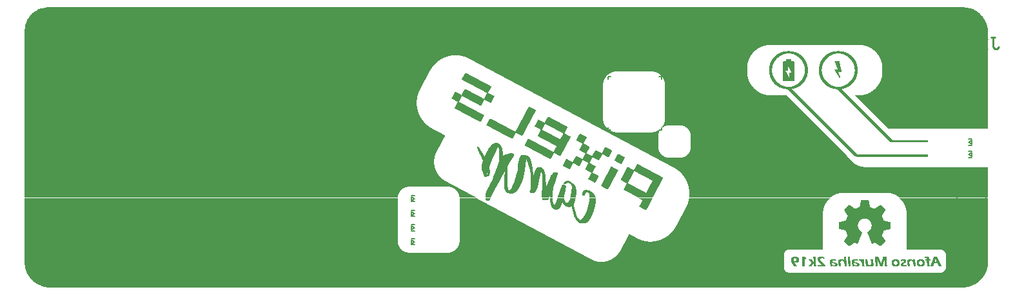
<source format=gbo>
G04*
G04 #@! TF.GenerationSoftware,Altium Limited,Altium Designer,18.1.9 (240)*
G04*
G04 Layer_Color=32896*
%FSLAX44Y44*%
%MOMM*%
G71*
G01*
G75*
%ADD11C,0.2540*%
%ADD27C,0.1270*%
%ADD29C,0.2500*%
%ADD53C,0.2000*%
%ADD93C,0.0000*%
%ADD94C,0.0847*%
D11*
X2515131Y1513041D02*
X2520209D01*
X2517670D01*
Y1500345D01*
X2520209Y1497806D01*
X2522749D01*
X2525288Y1500345D01*
X2510053Y1497806D02*
X2504974D01*
X2507513D01*
Y1513041D01*
X2510053Y1510502D01*
D27*
X2012024Y1391354D02*
X2015524D01*
X2012024Y1461354D02*
X2015524D01*
X2078524Y1391354D02*
X2082024D01*
X2078524Y1461354D02*
X2082024D01*
X2012024Y1391354D02*
Y1394854D01*
Y1457854D02*
Y1461354D01*
X2082024Y1391354D02*
Y1394854D01*
Y1457854D02*
Y1461354D01*
X2485394Y1375054D02*
X2489394Y1377554D01*
X2485394Y1375054D02*
X2489394Y1372554D01*
Y1377554D01*
X2485394Y1379054D02*
X2489394D01*
X2485394Y1371054D02*
X2489394D01*
X2485394Y1359054D02*
X2489394Y1361554D01*
X2485394Y1359054D02*
X2489394Y1356554D01*
Y1361554D01*
X2485394Y1363054D02*
X2489394D01*
X2485394Y1355054D02*
X2489394D01*
X1754004Y1260054D02*
X1758004Y1262554D01*
X1754004Y1265054D02*
X1758004Y1262554D01*
X1754004Y1260054D02*
Y1265054D01*
Y1258554D02*
X1758004D01*
X1754004Y1266554D02*
X1758004D01*
X1754004Y1279054D02*
X1758004Y1281554D01*
X1754004Y1284054D02*
X1758004Y1281554D01*
X1754004Y1279054D02*
Y1284054D01*
Y1277554D02*
X1758004D01*
X1754004Y1285554D02*
X1758004D01*
X1754004Y1241804D02*
X1758004Y1244304D01*
X1754004Y1246804D02*
X1758004Y1244304D01*
X1754004Y1241804D02*
Y1246804D01*
Y1240304D02*
X1758004D01*
X1754004Y1248304D02*
X1758004D01*
X1753904Y1298554D02*
X1757904Y1301054D01*
X1753904Y1303554D02*
X1757904Y1301054D01*
X1753904Y1298554D02*
Y1303554D01*
Y1297054D02*
X1757904D01*
X1753904Y1305054D02*
X1757904D01*
D29*
X2446024Y1305304D02*
G03*
X2446024Y1305304I-1250J0D01*
G01*
X2450774Y1453774D02*
G03*
X2450774Y1453774I-1250J0D01*
G01*
D53*
X2470274Y1281804D02*
Y1316304D01*
X2508274D01*
Y1281804D02*
Y1316304D01*
X2470274Y1281804D02*
X2508274D01*
D93*
X2091874Y1456554D02*
G03*
X2091874Y1456554I-2000J0D01*
G01*
D94*
X1274768Y1552808D02*
X2479667D01*
X1271378Y1551961D02*
X2484751D01*
X1266294Y1551114D02*
X2488987D01*
X1263753Y1550266D02*
X2491529D01*
X1262905Y1549419D02*
X2492377D01*
X1262058Y1548572D02*
X2494071D01*
X1260363Y1547724D02*
X2495766D01*
X1258669Y1546877D02*
X2496613D01*
X1257821Y1546030D02*
X2497460D01*
X1256126Y1545182D02*
X2499155D01*
X1255279Y1544335D02*
X2500002D01*
X1255279Y1543488D02*
X2500002D01*
X1253585Y1542640D02*
X2500850D01*
X1253585Y1541793D02*
X2501697D01*
X1252737Y1540946D02*
X2503392D01*
X1251890Y1540098D02*
X2503392D01*
X1251890Y1539251D02*
X2504239D01*
X1251043Y1538404D02*
X2504239D01*
X1250195Y1537556D02*
X2505086D01*
X1249348Y1536709D02*
X2505934D01*
X1249348Y1535862D02*
X2505934D01*
X1249348Y1535014D02*
X2506781D01*
X1248501Y1534167D02*
X2506781D01*
X1248501Y1533320D02*
X2507628D01*
X1248501Y1532473D02*
X2507628D01*
X1247653Y1531625D02*
X2508476D01*
X1247653Y1530778D02*
X2508476D01*
X1246806Y1529931D02*
X2508476D01*
X1246806Y1529083D02*
X2509323D01*
X1246806Y1528236D02*
X2509323D01*
X1246806Y1527388D02*
X2509323D01*
X1246806Y1526541D02*
X2509323D01*
X1246806Y1525694D02*
X2510170D01*
X1246806Y1524846D02*
X2510170D01*
X1245959Y1523999D02*
X2510170D01*
X1245959Y1523152D02*
X2510170D01*
X1245959Y1522305D02*
X2510170D01*
X1245959Y1521457D02*
X2510170D01*
X1245959Y1520610D02*
X2510170D01*
X1245959Y1519763D02*
X2510170D01*
X1245959Y1518915D02*
X2510170D01*
X1245959Y1518068D02*
X2510170D01*
X1245959Y1517221D02*
X2510170D01*
X1245959Y1516373D02*
X2510170D01*
X1245959Y1515526D02*
X2510170D01*
X1245959Y1514679D02*
X2510170D01*
X1245959Y1513831D02*
X2510170D01*
X1245959Y1512984D02*
X2510170D01*
X1245959Y1512137D02*
X2510170D01*
X1245959Y1511289D02*
X2510170D01*
X1245959Y1510442D02*
X2510170D01*
X1245959Y1509595D02*
X2510170D01*
X1245959Y1508747D02*
X2510170D01*
X1245959Y1507900D02*
X2510170D01*
X1245959Y1507053D02*
X2510170D01*
X1245959Y1506205D02*
X2510170D01*
X1245959Y1505358D02*
X2510170D01*
X1245959Y1504511D02*
X2510170D01*
X1245959Y1503663D02*
X2510170D01*
X2347484Y1502816D02*
X2510170D01*
X1245959D02*
X2218690D01*
X2350873Y1501969D02*
X2510170D01*
X1245959D02*
X2215301D01*
X2353415Y1501121D02*
X2510170D01*
X1245959D02*
X2212759D01*
X2355110Y1500274D02*
X2510170D01*
X1245959D02*
X2211064D01*
X2356804Y1499427D02*
X2510170D01*
X1245959D02*
X2209369D01*
X2358499Y1498579D02*
X2510170D01*
X1245959D02*
X2207675D01*
X2359346Y1497732D02*
X2510170D01*
X1245959D02*
X2206827D01*
X2360193Y1496885D02*
X2510170D01*
X1245959D02*
X2205980D01*
X2361888Y1496037D02*
X2510170D01*
X1245959D02*
X2204285D01*
X2362735Y1495190D02*
X2510170D01*
X2312743D02*
X2315285D01*
X2247499D02*
X2250041D01*
X1245959D02*
X2203438D01*
X2363583Y1494343D02*
X2510170D01*
X2306812D02*
X2321216D01*
X2241568D02*
X2255125D01*
X1245959D02*
X2202591D01*
X2364430Y1493495D02*
X2510170D01*
X2304270D02*
X2323758D01*
X2239026D02*
X2258514D01*
X1245959D02*
X2201743D01*
X2365278Y1492648D02*
X2510170D01*
X2302575D02*
X2325453D01*
X2237331D02*
X2260209D01*
X1245959D02*
X2200896D01*
X2365278Y1491801D02*
X2510170D01*
X2317827D02*
X2327148D01*
X2300881D02*
X2310201D01*
X2252583D02*
X2261904D01*
X2235636D02*
X2244957D01*
X1245959D02*
X2200896D01*
X2366125Y1490954D02*
X2510170D01*
X2321216D02*
X2327995D01*
X2299186D02*
X2306812D01*
X2255972D02*
X2262751D01*
X2233942D02*
X2241568D01*
X1245959D02*
X2200049D01*
X2366972Y1490106D02*
X2510170D01*
X2322911D02*
X2329690D01*
X2298339D02*
X2305117D01*
X2257667D02*
X2264446D01*
X2233094D02*
X2239873D01*
X1245959D02*
X2199201D01*
X2367819Y1489259D02*
X2510170D01*
X2324606D02*
X2330537D01*
X2297491D02*
X2303423D01*
X2259362D02*
X2265293D01*
X2232247D02*
X2238178D01*
X1817904D02*
X2198354D01*
X1245959D02*
X1804347D01*
X2367819Y1488412D02*
X2510170D01*
X2326300D02*
X2331384D01*
X2296644D02*
X2301728D01*
X2260209D02*
X2266140D01*
X2231400D02*
X2236484D01*
X1821294D02*
X2198354D01*
X1245959D02*
X1800958D01*
X2368667Y1487564D02*
X2510170D01*
X2327148D02*
X2332232D01*
X2295797D02*
X2300881D01*
X2261904D02*
X2266987D01*
X2230553D02*
X2235636D01*
X1824683D02*
X2197507D01*
X1245959D02*
X1798416D01*
X2368667Y1486717D02*
X2510170D01*
X2327995D02*
X2333079D01*
X2294949D02*
X2300033D01*
X2262751D02*
X2267835D01*
X2229705D02*
X2234789D01*
X1826378D02*
X2197507D01*
X1245959D02*
X1795874D01*
X2369514Y1485869D02*
X2510170D01*
X2328842D02*
X2333926D01*
X2294102D02*
X2299186D01*
X2263598D02*
X2268682D01*
X2228858D02*
X2233094D01*
X1828072D02*
X2196659D01*
X1245959D02*
X1794179D01*
X2369514Y1485022D02*
X2510170D01*
X2329690D02*
X2334774D01*
X2293255D02*
X2298339D01*
X2264446D02*
X2268682D01*
X2228011D02*
X2232247D01*
X1829767D02*
X2196659D01*
X1245959D02*
X1792484D01*
X2370361Y1484175D02*
X2510170D01*
X2330537D02*
X2334774D01*
X2293255D02*
X2297491D01*
X2265293D02*
X2269530D01*
X2245804D02*
X2251736D01*
X2227163D02*
X2232247D01*
X1831461D02*
X2195812D01*
X1245959D02*
X1790790D01*
X2370361Y1483327D02*
X2510170D01*
X2331384D02*
X2335621D01*
X2292407D02*
X2296644D01*
X2266140D02*
X2270377D01*
X2245804D02*
X2251736D01*
X2227163D02*
X2231400D01*
X1833156D02*
X2195812D01*
X1245959D02*
X1789942D01*
X2370361Y1482480D02*
X2510170D01*
X2332232D02*
X2336468D01*
X2291560D02*
X2295797D01*
X2266987D02*
X2270377D01*
X2245804D02*
X2251736D01*
X2226316D02*
X2230553D01*
X1834851D02*
X2195812D01*
X1245959D02*
X1788248D01*
X2371209Y1481633D02*
X2510170D01*
X2332232D02*
X2336468D01*
X2309354D02*
X2315285D01*
X2291560D02*
X2295797D01*
X2266987D02*
X2271224D01*
X2242415D02*
X2255125D01*
X2226316D02*
X2229705D01*
X1836546D02*
X2194965D01*
X1245959D02*
X1787401D01*
X2371209Y1480786D02*
X2510170D01*
X2333079D02*
X2337316D01*
X2310201D02*
X2315285D01*
X2290713D02*
X2294949D01*
X2267835D02*
X2271224D01*
X2241568D02*
X2255972D01*
X2225468D02*
X2229705D01*
X1837393D02*
X2194965D01*
X1245959D02*
X1786553D01*
X2371209Y1479938D02*
X2510170D01*
X2333926D02*
X2337316D01*
X2310201D02*
X2315285D01*
X2290713D02*
X2294102D01*
X2267835D02*
X2272072D01*
X2241568D02*
X2255972D01*
X2225468D02*
X2228858D01*
X1839088D02*
X2194965D01*
X1245959D02*
X1785706D01*
X2372056Y1479091D02*
X2510170D01*
X2333926D02*
X2337316D01*
X2311048D02*
X2315285D01*
X2290713D02*
X2294102D01*
X2268682D02*
X2272072D01*
X2241568D02*
X2255972D01*
X2224621D02*
X2228858D01*
X1840782D02*
X2194117D01*
X1245959D02*
X1784859D01*
X2372056Y1478244D02*
X2510170D01*
X2334774D02*
X2338163D01*
X2311048D02*
X2316133D01*
X2289865D02*
X2293255D01*
X2268682D02*
X2272072D01*
X2241568D02*
X2255972D01*
X2224621D02*
X2228011D01*
X1842477D02*
X2194117D01*
X1245959D02*
X1784011D01*
X2372056Y1477396D02*
X2510170D01*
X2334774D02*
X2338163D01*
X2311048D02*
X2316133D01*
X2289865D02*
X2293255D01*
X2269530D02*
X2272919D01*
X2241568D02*
X2255972D01*
X2224621D02*
X2228011D01*
X1844171D02*
X2194117D01*
X1245959D02*
X1783164D01*
X2372056Y1476549D02*
X2510170D01*
X2334774D02*
X2338163D01*
X2311896D02*
X2316133D01*
X2289865D02*
X2293255D01*
X2269530D02*
X2272919D01*
X2241568D02*
X2255972D01*
X2224621D02*
X2227163D01*
X1845866D02*
X2194117D01*
X1245959D02*
X1782317D01*
X2372056Y1475702D02*
X2510170D01*
X2335621D02*
X2338163D01*
X2311896D02*
X2316133D01*
X2289865D02*
X2292407D01*
X2269530D02*
X2272919D01*
X2248346D02*
X2255972D01*
X2241568D02*
X2247499D01*
X2223774D02*
X2227163D01*
X1847561D02*
X2194117D01*
X1245959D02*
X1781469D01*
X2372056Y1474854D02*
X2510170D01*
X2335621D02*
X2339010D01*
X2311896D02*
X2316133D01*
X2289018D02*
X2292407D01*
X2270377D02*
X2272919D01*
X2248346D02*
X2255972D01*
X2241568D02*
X2247499D01*
X2223774D02*
X2227163D01*
X1849255D02*
X2194117D01*
X1245959D02*
X1780622D01*
X2372056Y1474007D02*
X2510170D01*
X2335621D02*
X2339010D01*
X2312743D02*
X2316980D01*
X2289018D02*
X2292407D01*
X2270377D02*
X2273766D01*
X2249194D02*
X2255972D01*
X2241568D02*
X2247499D01*
X2223774D02*
X2227163D01*
X1850103D02*
X2194117D01*
X1245959D02*
X1779775D01*
X2372056Y1473160D02*
X2510170D01*
X2335621D02*
X2339010D01*
X2312743D02*
X2316980D01*
X2289018D02*
X2292407D01*
X2270377D02*
X2273766D01*
X2250041D02*
X2255972D01*
X2241568D02*
X2247499D01*
X2223774D02*
X2227163D01*
X1851797D02*
X2194117D01*
X1245959D02*
X1779775D01*
X2372056Y1472312D02*
X2510170D01*
X2335621D02*
X2339010D01*
X2313591D02*
X2316980D01*
X2289018D02*
X2292407D01*
X2270377D02*
X2273766D01*
X2250041D02*
X2255972D01*
X2241568D02*
X2247499D01*
X2223774D02*
X2226316D01*
X1853492D02*
X2194117D01*
X1245959D02*
X1778927D01*
X2372056Y1471465D02*
X2510170D01*
X2335621D02*
X2339010D01*
X2313591D02*
X2316980D01*
X2289018D02*
X2291560D01*
X2270377D02*
X2273766D01*
X2250888D02*
X2255972D01*
X2241568D02*
X2247499D01*
X2223774D02*
X2226316D01*
X1855187D02*
X2194117D01*
X1245959D02*
X1778080D01*
X2372056Y1470618D02*
X2510170D01*
X2336468D02*
X2339010D01*
X2309354D02*
X2317827D01*
X2289018D02*
X2291560D01*
X2270377D02*
X2273766D01*
X2250888D02*
X2255972D01*
X2241568D02*
X2247499D01*
X2223774D02*
X2226316D01*
X1856881D02*
X2194117D01*
X1245959D02*
X1778080D01*
X2372056Y1469770D02*
X2510170D01*
X2336468D02*
X2339010D01*
X2310201D02*
X2317827D01*
X2289018D02*
X2291560D01*
X2270377D02*
X2273766D01*
X2251736D02*
X2255972D01*
X2241568D02*
X2247499D01*
X2223774D02*
X2226316D01*
X1858576D02*
X2194117D01*
X1245959D02*
X1777233D01*
X2372056Y1468923D02*
X2510170D01*
X2336468D02*
X2339010D01*
X2310201D02*
X2317827D01*
X2289018D02*
X2291560D01*
X2270377D02*
X2273766D01*
X2251736D02*
X2255972D01*
X2241568D02*
X2244110D01*
X2223774D02*
X2226316D01*
X1860271D02*
X2194117D01*
X1245959D02*
X1776385D01*
X2372056Y1468076D02*
X2510170D01*
X2335621D02*
X2339010D01*
X2311048D02*
X2317827D01*
X2289018D02*
X2292407D01*
X2270377D02*
X2273766D01*
X2252583D02*
X2255972D01*
X2241568D02*
X2244957D01*
X2223774D02*
X2226316D01*
X2072102D02*
X2194117D01*
X1861965D02*
X2018721D01*
X1245959D02*
X1776385D01*
X2372056Y1467228D02*
X2510170D01*
X2335621D02*
X2339010D01*
X2311048D02*
X2313591D01*
X2289018D02*
X2292407D01*
X2270377D02*
X2273766D01*
X2252583D02*
X2255972D01*
X2241568D02*
X2245804D01*
X2223774D02*
X2226316D01*
X2075492D02*
X2194117D01*
X1862813D02*
X2016179D01*
X1245959D02*
X1775538D01*
X2372056Y1466381D02*
X2510170D01*
X2335621D02*
X2339010D01*
X2311896D02*
X2314438D01*
X2289018D02*
X2292407D01*
X2270377D02*
X2273766D01*
X2250041D02*
X2255972D01*
X2241568D02*
X2245804D01*
X2223774D02*
X2227163D01*
X2077186D02*
X2194117D01*
X1864507D02*
X2014484D01*
X1245959D02*
X1775538D01*
X2372056Y1465534D02*
X2510170D01*
X2335621D02*
X2339010D01*
X2312743D02*
X2314438D01*
X2289018D02*
X2292407D01*
X2270377D02*
X2272919D01*
X2250041D02*
X2255972D01*
X2241568D02*
X2246652D01*
X2223774D02*
X2227163D01*
X2078881D02*
X2194117D01*
X1866202D02*
X2012789D01*
X1823836D02*
X1826378D01*
X1245959D02*
X1774691D01*
X2372056Y1464686D02*
X2510170D01*
X2335621D02*
X2338163D01*
X2312743D02*
X2314438D01*
X2289018D02*
X2292407D01*
X2269530D02*
X2272919D01*
X2250041D02*
X2255972D01*
X2241568D02*
X2246652D01*
X2223774D02*
X2227163D01*
X2079728D02*
X2194117D01*
X1867897D02*
X2011942D01*
X1822988D02*
X1828072D01*
X1245959D02*
X1774691D01*
X2372056Y1463839D02*
X2510170D01*
X2334774D02*
X2338163D01*
X2313591D02*
X2315285D01*
X2289865D02*
X2293255D01*
X2269530D02*
X2272919D01*
X2250041D02*
X2255972D01*
X2241568D02*
X2247499D01*
X2224621D02*
X2227163D01*
X2080576D02*
X2194117D01*
X1869591D02*
X2010247D01*
X1822988D02*
X1828920D01*
X1245959D02*
X1773843D01*
X2372056Y1462992D02*
X2510170D01*
X2334774D02*
X2338163D01*
X2314438D02*
X2315285D01*
X2289865D02*
X2293255D01*
X2269530D02*
X2272919D01*
X2250041D02*
X2255972D01*
X2241568D02*
X2247499D01*
X2224621D02*
X2228011D01*
X2081423D02*
X2194117D01*
X1871286D02*
X2009400D01*
X1822141D02*
X1830614D01*
X1245959D02*
X1773843D01*
X2372056Y1462144D02*
X2510170D01*
X2334774D02*
X2338163D01*
X2314438D02*
X2316133D01*
X2289865D02*
X2293255D01*
X2268682D02*
X2272919D01*
X2250041D02*
X2255972D01*
X2241568D02*
X2248346D01*
X2224621D02*
X2228011D01*
X2082270D02*
X2194117D01*
X1872980D02*
X2008553D01*
X1822141D02*
X1832309D01*
X1245959D02*
X1772996D01*
X2372056Y1461297D02*
X2510170D01*
X2333926D02*
X2337316D01*
X2315285D02*
X2316133D01*
X2290713D02*
X2294102D01*
X2268682D02*
X2272072D01*
X2250041D02*
X2255972D01*
X2241568D02*
X2248346D01*
X2224621D02*
X2228858D01*
X2083118D02*
X2194965D01*
X1874675D02*
X2008553D01*
X1821294D02*
X1834003D01*
X1245959D02*
X1772996D01*
X2371209Y1460450D02*
X2510170D01*
X2333926D02*
X2337316D01*
X2315285D02*
X2316133D01*
X2290713D02*
X2294102D01*
X2267835D02*
X2272072D01*
X2250041D02*
X2255972D01*
X2241568D02*
X2249194D01*
X2225468D02*
X2228858D01*
X2083965D02*
X2194965D01*
X1875522D02*
X2007706D01*
X1820446D02*
X1835698D01*
X1245959D02*
X1772149D01*
X2371209Y1459602D02*
X2510170D01*
X2333079D02*
X2337316D01*
X2290713D02*
X2294949D01*
X2267835D02*
X2271224D01*
X2250041D02*
X2255972D01*
X2241568D02*
X2249194D01*
X2225468D02*
X2229705D01*
X2083965D02*
X2194965D01*
X1877217D02*
X2006858D01*
X1820446D02*
X1837393D01*
X1245959D02*
X1772149D01*
X2371209Y1458755D02*
X2510170D01*
X2333079D02*
X2336468D01*
X2291560D02*
X2294949D01*
X2266987D02*
X2271224D01*
X2241568D02*
X2255972D01*
X2226316D02*
X2229705D01*
X2084812D02*
X2194965D01*
X1878912D02*
X2006858D01*
X1819599D02*
X1839088D01*
X1245959D02*
X1771301D01*
X2370361Y1457908D02*
X2510170D01*
X2332232D02*
X2336468D01*
X2291560D02*
X2295797D01*
X2266987D02*
X2270377D01*
X2241568D02*
X2255972D01*
X2226316D02*
X2230553D01*
X2084812D02*
X2195812D01*
X1880607D02*
X2006011D01*
X1819599D02*
X1840782D01*
X1245959D02*
X1771301D01*
X2370361Y1457060D02*
X2510170D01*
X2331384D02*
X2335621D01*
X2292407D02*
X2296644D01*
X2266140D02*
X2270377D01*
X2241568D02*
X2255972D01*
X2227163D02*
X2231400D01*
X2085660D02*
X2195812D01*
X1882301D02*
X2006011D01*
X1821294D02*
X1841629D01*
X1245959D02*
X1770454D01*
X2370361Y1456213D02*
X2510170D01*
X2330537D02*
X2334774D01*
X2293255D02*
X2297491D01*
X2265293D02*
X2269530D01*
X2241568D02*
X2255972D01*
X2227163D02*
X2231400D01*
X2085660D02*
X2195812D01*
X1883996D02*
X2005164D01*
X1822141D02*
X1843324D01*
X1245959D02*
X1769607D01*
X2369514Y1455366D02*
X2510170D01*
X2329690D02*
X2334774D01*
X2293255D02*
X2298339D01*
X2264446D02*
X2269530D01*
X2228011D02*
X2232247D01*
X2085660D02*
X2196659D01*
X1885690D02*
X2005164D01*
X1823836D02*
X1845019D01*
X1245959D02*
X1769607D01*
X2369514Y1454518D02*
X2510170D01*
X2328842D02*
X2333926D01*
X2294102D02*
X2299186D01*
X2263598D02*
X2268682D01*
X2228858D02*
X2233094D01*
X2086507D02*
X2196659D01*
X1887385D02*
X2005164D01*
X1825530D02*
X1846713D01*
X1245959D02*
X1768759D01*
X2368667Y1453671D02*
X2510170D01*
X2327995D02*
X2333079D01*
X2294949D02*
X2300033D01*
X2262751D02*
X2267835D01*
X2229705D02*
X2233942D01*
X2086507D02*
X2197507D01*
X1888232D02*
X2005164D01*
X1827225D02*
X1848408D01*
X1245959D02*
X1768759D01*
X2368667Y1452824D02*
X2510170D01*
X2327148D02*
X2332232D01*
X2295797D02*
X2300881D01*
X2261904D02*
X2266987D01*
X2229705D02*
X2235636D01*
X2086507D02*
X2197507D01*
X1889927D02*
X2004316D01*
X1828920D02*
X1850103D01*
X1245959D02*
X1767912D01*
X2367819Y1451976D02*
X2510170D01*
X2326300D02*
X2331384D01*
X2296644D02*
X2301728D01*
X2261056D02*
X2266140D01*
X2230553D02*
X2236484D01*
X2086507D02*
X2198354D01*
X1891622D02*
X2004316D01*
X1830614D02*
X1851797D01*
X1245959D02*
X1767912D01*
X2366972Y1451129D02*
X2510170D01*
X2324606D02*
X2330537D01*
X2297491D02*
X2303423D01*
X2259362D02*
X2265293D01*
X2231400D02*
X2237331D01*
X2086507D02*
X2199201D01*
X1893316D02*
X2004316D01*
X1832309D02*
X1853492D01*
X1245959D02*
X1767065D01*
X2366972Y1450282D02*
X2510170D01*
X2322911D02*
X2329690D01*
X2298339D02*
X2304270D01*
X2257667D02*
X2264446D01*
X2233094D02*
X2239026D01*
X2086507D02*
X2199201D01*
X1895011D02*
X2004316D01*
X1834003D02*
X1855187D01*
X1245959D02*
X1767065D01*
X2366125Y1449434D02*
X2510170D01*
X2321216D02*
X2328842D01*
X2299186D02*
X2306812D01*
X2255972D02*
X2263598D01*
X2233942D02*
X2241568D01*
X2086507D02*
X2200049D01*
X1896706D02*
X2004316D01*
X1835698D02*
X1856034D01*
X1245959D02*
X1766217D01*
X2365278Y1448587D02*
X2510170D01*
X2318674D02*
X2327148D01*
X2300881D02*
X2309354D01*
X2253430D02*
X2261904D01*
X2235636D02*
X2244110D01*
X2086507D02*
X2200896D01*
X1898400D02*
X2004316D01*
X1836546D02*
X1857729D01*
X1245959D02*
X1766217D01*
X2364430Y1447740D02*
X2510170D01*
X2302575D02*
X2325453D01*
X2236484D02*
X2260209D01*
X2086507D02*
X2201743D01*
X1900095D02*
X2004316D01*
X1838240D02*
X1857729D01*
X1245959D02*
X1765370D01*
X2364430Y1446892D02*
X2510170D01*
X2304270D02*
X2323758D01*
X2239026D02*
X2258514D01*
X2086507D02*
X2202591D01*
X1900942D02*
X2004316D01*
X1839935D02*
X1856881D01*
X1245959D02*
X1765370D01*
X2363583Y1446045D02*
X2510170D01*
X2306812D02*
X2321216D01*
X2241568D02*
X2255972D01*
X2086507D02*
X2202591D01*
X1902637D02*
X2004316D01*
X1841629D02*
X1856881D01*
X1245959D02*
X1764523D01*
X2362735Y1445198D02*
X2510170D01*
X2311048D02*
X2318674D01*
X2245804D02*
X2252583D01*
X2086507D02*
X2204285D01*
X1904332D02*
X2004316D01*
X1843324D02*
X1856034D01*
X1245959D02*
X1764523D01*
X2361041Y1444350D02*
X2510170D01*
X2313591D02*
X2318674D01*
X2248346D02*
X2253430D01*
X2086507D02*
X2205133D01*
X1906026D02*
X2004316D01*
X1845019D02*
X1856034D01*
X1822988D02*
X1825530D01*
X1245959D02*
X1763675D01*
X2360193Y1443503D02*
X2510170D01*
X2314438D02*
X2319522D01*
X2249194D02*
X2254278D01*
X2086507D02*
X2205980D01*
X1907721D02*
X2004316D01*
X1846713D02*
X1855187D01*
X1822988D02*
X1827225D01*
X1245959D02*
X1763675D01*
X2359346Y1442656D02*
X2510170D01*
X2315285D02*
X2320369D01*
X2250041D02*
X2255125D01*
X2086507D02*
X2206827D01*
X1909416D02*
X2004316D01*
X1848408D02*
X1854339D01*
X1822141D02*
X1828920D01*
X1245959D02*
X1762828D01*
X2357652Y1441808D02*
X2510170D01*
X2316133D02*
X2321216D01*
X2250888D02*
X2255972D01*
X2086507D02*
X2208522D01*
X1911110D02*
X2004316D01*
X1849255D02*
X1854339D01*
X1821294D02*
X1830614D01*
X1245959D02*
X1762828D01*
X2356804Y1440961D02*
X2510170D01*
X2316980D02*
X2322064D01*
X2251736D02*
X2256820D01*
X2086507D02*
X2209369D01*
X1912805D02*
X2004316D01*
X1850950D02*
X1853492D01*
X1821294D02*
X1831461D01*
X1810278D02*
X1811973D01*
X1245959D02*
X1761981D01*
X2355110Y1440114D02*
X2510170D01*
X2317827D02*
X2322911D01*
X2252583D02*
X2257667D01*
X2086507D02*
X2211064D01*
X1913652D02*
X2004316D01*
X1852645D02*
X1853492D01*
X1820446D02*
X1833156D01*
X1810278D02*
X1813668D01*
X1245959D02*
X1761981D01*
X2353415Y1439267D02*
X2510170D01*
X2318674D02*
X2323758D01*
X2253430D02*
X2258514D01*
X2086507D02*
X2212759D01*
X1915347D02*
X2004316D01*
X1852645D02*
X1855187D01*
X1820446D02*
X1834851D01*
X1809431D02*
X1815362D01*
X1245959D02*
X1761981D01*
X2350873Y1438419D02*
X2510170D01*
X2319522D02*
X2324606D01*
X2254278D02*
X2259362D01*
X2086507D02*
X2215301D01*
X1917042D02*
X2004316D01*
X1851797D02*
X1856881D01*
X1819599D02*
X1836546D01*
X1809431D02*
X1817057D01*
X1245959D02*
X1761133D01*
X2347484Y1437572D02*
X2510170D01*
X2320369D02*
X2325453D01*
X2255125D02*
X2260209D01*
X2086507D02*
X2218690D01*
X1918736D02*
X2004316D01*
X1851797D02*
X1858576D01*
X1819599D02*
X1838240D01*
X1808584D02*
X1817904D01*
X1245959D02*
X1761133D01*
X2336468Y1436725D02*
X2510170D01*
X2321216D02*
X2326300D01*
X2255972D02*
X2261056D01*
X2086507D02*
X2245804D01*
X1920431D02*
X2004316D01*
X1850950D02*
X1860271D01*
X1808584D02*
X1839935D01*
X1245959D02*
X1761133D01*
X2337316Y1435877D02*
X2510170D01*
X2322064D02*
X2327148D01*
X2256820D02*
X2261904D01*
X2086507D02*
X2246652D01*
X1922126D02*
X2004316D01*
X1850950D02*
X1861965D01*
X1820446D02*
X1841629D01*
X1807736D02*
X1818752D01*
X1245959D02*
X1760286D01*
X2338163Y1435030D02*
X2510170D01*
X2322911D02*
X2327995D01*
X2257667D02*
X2262751D01*
X2086507D02*
X2247499D01*
X1923820D02*
X2004316D01*
X1850103D02*
X1861118D01*
X1822141D02*
X1843324D01*
X1807736D02*
X1818752D01*
X1245959D02*
X1760286D01*
X2339010Y1434183D02*
X2510170D01*
X2323758D02*
X2328842D01*
X2258514D02*
X2263598D01*
X2086507D02*
X2248346D01*
X1925515D02*
X2004316D01*
X1850103D02*
X1861118D01*
X1823836D02*
X1845019D01*
X1806889D02*
X1817904D01*
X1245959D02*
X1760286D01*
X2339858Y1433335D02*
X2510170D01*
X2324606D02*
X2329690D01*
X2259362D02*
X2264446D01*
X2086507D02*
X2249194D01*
X1926362D02*
X2004316D01*
X1849255D02*
X1860271D01*
X1825530D02*
X1845866D01*
X1806042D02*
X1817904D01*
X1245959D02*
X1760286D01*
X2340705Y1432488D02*
X2510170D01*
X2325453D02*
X2330537D01*
X2260209D02*
X2265293D01*
X2086507D02*
X2250041D01*
X1928057D02*
X2004316D01*
X1849255D02*
X1860271D01*
X1827225D02*
X1847561D01*
X1806889D02*
X1817057D01*
X1245959D02*
X1760286D01*
X2341552Y1431640D02*
X2510170D01*
X2326300D02*
X2331384D01*
X2261056D02*
X2266140D01*
X2086507D02*
X2250888D01*
X1929751D02*
X2004316D01*
X1828920D02*
X1859423D01*
X1808584D02*
X1817057D01*
X1245959D02*
X1760286D01*
X2342400Y1430793D02*
X2510170D01*
X2327148D02*
X2332232D01*
X2261904D02*
X2266987D01*
X2086507D02*
X2251736D01*
X1931446D02*
X2004316D01*
X1850103D02*
X1859423D01*
X1829767D02*
X1848408D01*
X1810278D02*
X1816210D01*
X1245959D02*
X1759439D01*
X2343247Y1429946D02*
X2510170D01*
X2327995D02*
X2333079D01*
X2262751D02*
X2267835D01*
X2086507D02*
X2252583D01*
X1933141D02*
X2004316D01*
X1851797D02*
X1858576D01*
X1831461D02*
X1847561D01*
X1811126D02*
X1816210D01*
X1245959D02*
X1759439D01*
X2344094Y1429099D02*
X2510170D01*
X2328842D02*
X2333926D01*
X2263598D02*
X2268682D01*
X2086507D02*
X2253430D01*
X1934835D02*
X2004316D01*
X1853492D02*
X1858576D01*
X1833156D02*
X1847561D01*
X1812820D02*
X1815362D01*
X1245959D02*
X1759439D01*
X2344942Y1428251D02*
X2510170D01*
X2329690D02*
X2334774D01*
X2264446D02*
X2269530D01*
X2086507D02*
X2254278D01*
X1936530D02*
X2004316D01*
X1855187D02*
X1857729D01*
X1834851D02*
X1846713D01*
X1814515D02*
X1815362D01*
X1245959D02*
X1759439D01*
X2345789Y1427404D02*
X2510170D01*
X2330537D02*
X2335621D01*
X2265293D02*
X2270377D01*
X2086507D02*
X2255125D01*
X1938225D02*
X2004316D01*
X1856881D02*
X1857729D01*
X1836546D02*
X1846713D01*
X1813668D02*
X1817057D01*
X1245959D02*
X1759439D01*
X2346636Y1426557D02*
X2510170D01*
X2331384D02*
X2336468D01*
X2266140D02*
X2271224D01*
X2086507D02*
X2255972D01*
X1939072D02*
X2004316D01*
X1838240D02*
X1845866D01*
X1813668D02*
X1818752D01*
X1245959D02*
X1759439D01*
X2347484Y1425709D02*
X2510170D01*
X2332232D02*
X2337316D01*
X2266987D02*
X2272072D01*
X2086507D02*
X2256820D01*
X1940767D02*
X2004316D01*
X1839935D02*
X1845866D01*
X1812820D02*
X1820446D01*
X1245959D02*
X1759439D01*
X2348331Y1424862D02*
X2510170D01*
X2333079D02*
X2338163D01*
X2267835D02*
X2272919D01*
X2086507D02*
X2257667D01*
X1942461D02*
X2004316D01*
X1841629D02*
X1845019D01*
X1812820D02*
X1822141D01*
X1245959D02*
X1759439D01*
X2349178Y1424015D02*
X2510170D01*
X2333926D02*
X2339010D01*
X2268682D02*
X2273766D01*
X2086507D02*
X2258514D01*
X1944156D02*
X2004316D01*
X1842477D02*
X1845019D01*
X1811973D02*
X1823836D01*
X1245959D02*
X1759439D01*
X2350026Y1423167D02*
X2510170D01*
X2334774D02*
X2339858D01*
X2269530D02*
X2274613D01*
X2086507D02*
X2259362D01*
X1945851D02*
X2004316D01*
X1811973D02*
X1824683D01*
X1245959D02*
X1759439D01*
X2350873Y1422320D02*
X2510170D01*
X2335621D02*
X2340705D01*
X2270377D02*
X2275461D01*
X2086507D02*
X2260209D01*
X1947545D02*
X2004316D01*
X1811126D02*
X1826378D01*
X1245959D02*
X1760286D01*
X2351720Y1421473D02*
X2510170D01*
X2336468D02*
X2341552D01*
X2271224D02*
X2276308D01*
X2086507D02*
X2261056D01*
X1949240D02*
X2004316D01*
X1907721D02*
X1908568D01*
X1811126D02*
X1828072D01*
X1245959D02*
X1760286D01*
X2352568Y1420625D02*
X2510170D01*
X2337316D02*
X2342400D01*
X2272072D02*
X2277155D01*
X2086507D02*
X2261904D01*
X1950935D02*
X2004316D01*
X1906874D02*
X1910263D01*
X1810278D02*
X1829767D01*
X1245959D02*
X1760286D01*
X2353415Y1419778D02*
X2510170D01*
X2338163D02*
X2343247D01*
X2272919D02*
X2278003D01*
X2086507D02*
X2262751D01*
X1951782D02*
X2004316D01*
X1906874D02*
X1911958D01*
X1810278D02*
X1831461D01*
X1245959D02*
X1760286D01*
X2354262Y1418931D02*
X2510170D01*
X2339010D02*
X2344094D01*
X2273766D02*
X2278850D01*
X2086507D02*
X2263598D01*
X1953477D02*
X2004316D01*
X1906026D02*
X1913652D01*
X1811973D02*
X1833156D01*
X1245959D02*
X1760286D01*
X2355110Y1418083D02*
X2510170D01*
X2339858D02*
X2344942D01*
X2274613D02*
X2279697D01*
X2086507D02*
X2264446D01*
X1955171D02*
X2004316D01*
X1905179D02*
X1915347D01*
X1813668D02*
X1834851D01*
X1245959D02*
X1761133D01*
X2355957Y1417236D02*
X2510170D01*
X2340705D02*
X2345789D01*
X2275461D02*
X2280545D01*
X2086507D02*
X2265293D01*
X1956866D02*
X2004316D01*
X1905179D02*
X1916194D01*
X1815362D02*
X1836546D01*
X1245959D02*
X1761133D01*
X2356804Y1416389D02*
X2510170D01*
X2341552D02*
X2346636D01*
X2276308D02*
X2281392D01*
X2086507D02*
X2266140D01*
X1958560D02*
X2004316D01*
X1904332D02*
X1916194D01*
X1817057D02*
X1838240D01*
X1245959D02*
X1761133D01*
X2357652Y1415541D02*
X2510170D01*
X2342400D02*
X2347484D01*
X2277155D02*
X2282239D01*
X2086507D02*
X2266987D01*
X1960255D02*
X2004316D01*
X1904332D02*
X1915347D01*
X1818752D02*
X1839088D01*
X1245959D02*
X1761133D01*
X2358499Y1414694D02*
X2510170D01*
X2343247D02*
X2348331D01*
X2278003D02*
X2283087D01*
X2086507D02*
X2267835D01*
X1961950D02*
X2004316D01*
X1903484D02*
X1915347D01*
X1819599D02*
X1840782D01*
X1245959D02*
X1761981D01*
X2359346Y1413847D02*
X2510170D01*
X2344094D02*
X2349178D01*
X2278850D02*
X2283934D01*
X2086507D02*
X2268682D01*
X1963645D02*
X2004316D01*
X1903484D02*
X1914500D01*
X1821294D02*
X1842477D01*
X1245959D02*
X1761981D01*
X2360193Y1412999D02*
X2510170D01*
X2344942D02*
X2350026D01*
X2279697D02*
X2284781D01*
X2086507D02*
X2269530D01*
X1964492D02*
X2004316D01*
X1902637D02*
X1914500D01*
X1822988D02*
X1844171D01*
X1245959D02*
X1761981D01*
X2361041Y1412152D02*
X2510170D01*
X2345789D02*
X2350873D01*
X2280545D02*
X2285629D01*
X2086507D02*
X2270377D01*
X1966187D02*
X2004316D01*
X1902637D02*
X1913652D01*
X1824683D02*
X1845866D01*
X1245959D02*
X1762828D01*
X2361888Y1411305D02*
X2510170D01*
X2346636D02*
X2351720D01*
X2281392D02*
X2286476D01*
X2086507D02*
X2271224D01*
X1967881D02*
X2004316D01*
X1901790D02*
X1912805D01*
X1826378D02*
X1847561D01*
X1245959D02*
X1762828D01*
X2362735Y1410457D02*
X2510170D01*
X2347484D02*
X2352568D01*
X2282239D02*
X2287323D01*
X2086507D02*
X2272072D01*
X1969576D02*
X2004316D01*
X1901790D02*
X1912805D01*
X1828072D02*
X1848408D01*
X1245959D02*
X1763675D01*
X2363583Y1409610D02*
X2510170D01*
X2348331D02*
X2353415D01*
X2283087D02*
X2288171D01*
X2086507D02*
X2272919D01*
X1971270D02*
X2004316D01*
X1900942D02*
X1911958D01*
X1829767D02*
X1847561D01*
X1245959D02*
X1763675D01*
X2364430Y1408763D02*
X2510170D01*
X2349178D02*
X2354262D01*
X2283934D02*
X2289018D01*
X2086507D02*
X2273766D01*
X1972965D02*
X2004316D01*
X1900942D02*
X1911958D01*
X1831461D02*
X1847561D01*
X1245959D02*
X1764523D01*
X2365278Y1407915D02*
X2510170D01*
X2350026D02*
X2355110D01*
X2284781D02*
X2289865D01*
X2086507D02*
X2274613D01*
X1974660D02*
X2004316D01*
X1932293D02*
X1934835D01*
X1900095D02*
X1911110D01*
X1832309D02*
X1846713D01*
X1245959D02*
X1764523D01*
X2366125Y1407068D02*
X2510170D01*
X2350873D02*
X2355957D01*
X2285629D02*
X2290713D01*
X2086507D02*
X2275461D01*
X1976354D02*
X2004316D01*
X1932293D02*
X1935683D01*
X1900095D02*
X1911110D01*
X1834003D02*
X1846713D01*
X1245959D02*
X1765370D01*
X2366972Y1406221D02*
X2510170D01*
X2351720D02*
X2356804D01*
X2286476D02*
X2291560D01*
X2086507D02*
X2276308D01*
X1977202D02*
X2004316D01*
X1931446D02*
X1937377D01*
X1899248D02*
X1910263D01*
X1835698D02*
X1845866D01*
X1245959D02*
X1766217D01*
X2367819Y1405373D02*
X2510170D01*
X2352568D02*
X2357652D01*
X2287323D02*
X2292407D01*
X2086507D02*
X2277155D01*
X1978896D02*
X2004316D01*
X1930599D02*
X1939072D01*
X1899248D02*
X1910263D01*
X1856034D02*
X1858576D01*
X1837393D02*
X1845866D01*
X1245959D02*
X1766217D01*
X2368667Y1404526D02*
X2510170D01*
X2353415D02*
X2358499D01*
X2288171D02*
X2293255D01*
X2086507D02*
X2278003D01*
X1980591D02*
X2004316D01*
X1930599D02*
X1940767D01*
X1919583D02*
X1920431D01*
X1898400D02*
X1909416D01*
X1855187D02*
X1860271D01*
X1839088D02*
X1845019D01*
X1245959D02*
X1767065D01*
X2369514Y1403679D02*
X2510170D01*
X2354262D02*
X2359346D01*
X2289018D02*
X2294102D01*
X2086507D02*
X2278850D01*
X1982286D02*
X2004316D01*
X1929751D02*
X1942461D01*
X1919583D02*
X1922126D01*
X1897553D02*
X1909416D01*
X1855187D02*
X1861965D01*
X1840782D02*
X1845019D01*
X1245959D02*
X1767912D01*
X2370361Y1402831D02*
X2510170D01*
X2355110D02*
X2360193D01*
X2289865D02*
X2294949D01*
X2086507D02*
X2279697D01*
X1983980D02*
X2005164D01*
X1929751D02*
X1944156D01*
X1918736D02*
X1923820D01*
X1897553D02*
X1908568D01*
X1854339D02*
X1863660D01*
X1842477D02*
X1844171D01*
X1245959D02*
X1768759D01*
X2371209Y1401984D02*
X2510170D01*
X2355957D02*
X2361041D01*
X2290713D02*
X2295797D01*
X2086507D02*
X2280545D01*
X1985675D02*
X2005164D01*
X1928904D02*
X1945851D01*
X1918736D02*
X1925515D01*
X1896706D02*
X1908568D01*
X1854339D02*
X1865355D01*
X1245959D02*
X1768759D01*
X2372056Y1401137D02*
X2510170D01*
X2356804D02*
X2361888D01*
X2291560D02*
X2296644D01*
X2085660D02*
X2281392D01*
X1987370D02*
X2005164D01*
X1928904D02*
X1947545D01*
X1917889D02*
X1927209D01*
X1896706D02*
X1907721D01*
X1853492D02*
X1866202D01*
X1245959D02*
X1769607D01*
X2372903Y1400289D02*
X2510170D01*
X2357652D02*
X2362735D01*
X2292407D02*
X2297491D01*
X2085660D02*
X2282239D01*
X1989064D02*
X2005164D01*
X1917889D02*
X1948393D01*
X1895858D02*
X1907721D01*
X1853492D02*
X1867897D01*
X1245959D02*
X1770454D01*
X2373751Y1399442D02*
X2510170D01*
X2358499D02*
X2363583D01*
X2293255D02*
X2298339D01*
X2085660D02*
X2283087D01*
X1989912D02*
X2006011D01*
X1928904D02*
X1950087D01*
X1917042D02*
X1928057D01*
X1895858D02*
X1906874D01*
X1852645D02*
X1869591D01*
X1245959D02*
X1771301D01*
X2374598Y1398595D02*
X2510170D01*
X2359346D02*
X2364430D01*
X2294102D02*
X2299186D01*
X2084812D02*
X2283934D01*
X1991606D02*
X2006011D01*
X1930599D02*
X1951782D01*
X1917042D02*
X1928057D01*
X1895011D02*
X1906026D01*
X1852645D02*
X1871286D01*
X1245959D02*
X1772149D01*
X2375445Y1397747D02*
X2510170D01*
X2360193D02*
X2365278D01*
X2294949D02*
X2300033D01*
X2084812D02*
X2284781D01*
X1993301D02*
X2006858D01*
X1932293D02*
X1953477D01*
X1916194D02*
X1927209D01*
X1895011D02*
X1906026D01*
X1851797D02*
X1872980D01*
X1245959D02*
X1772996D01*
X2376293Y1396900D02*
X2510170D01*
X2361041D02*
X2366125D01*
X2295797D02*
X2300881D01*
X2110232D02*
X2285629D01*
X2083965D02*
X2087354D01*
X1994996D02*
X2006858D01*
X1933988D02*
X1955171D01*
X1915347D02*
X1927209D01*
X1894164D02*
X1905179D01*
X1853492D02*
X1874675D01*
X1245959D02*
X1774691D01*
X2377140Y1396053D02*
X2510170D01*
X2361888D02*
X2366972D01*
X2296644D02*
X2301728D01*
X2112774D02*
X2286476D01*
X2083118D02*
X2084812D01*
X1996690D02*
X2007706D01*
X1935683D02*
X1956866D01*
X1915347D02*
X1926362D01*
X1894164D02*
X1905179D01*
X1855187D02*
X1876370D01*
X1245959D02*
X1775538D01*
X2377987Y1395206D02*
X2510170D01*
X2362735D02*
X2367819D01*
X2297491D02*
X2302575D01*
X2113621D02*
X2287323D01*
X2083118D02*
X2083965D01*
X1998385D02*
X2008553D01*
X1937377D02*
X1957713D01*
X1917042D02*
X1926362D01*
X1893316D02*
X1904332D01*
X1856881D02*
X1878065D01*
X1245959D02*
X1776385D01*
X2378835Y1394358D02*
X2510170D01*
X2363583D02*
X2368667D01*
X2298339D02*
X2303423D01*
X2115316D02*
X2288171D01*
X2000080D02*
X2009400D01*
X1939072D02*
X1957713D01*
X1918736D02*
X1925515D01*
X1893316D02*
X1904332D01*
X1858576D02*
X1878912D01*
X1245959D02*
X1778080D01*
X2379682Y1393511D02*
X2510170D01*
X2364430D02*
X2369514D01*
X2299186D02*
X2304270D01*
X2116163D02*
X2289018D01*
X2001774D02*
X2010247D01*
X1940767D02*
X1956866D01*
X1920431D02*
X1925515D01*
X1892469D02*
X1903484D01*
X1859423D02*
X1880607D01*
X1245959D02*
X1779775D01*
X2365278Y1392664D02*
X2370361D01*
X2300033D02*
X2305117D01*
X2117011D02*
X2289865D01*
X2002621D02*
X2011095D01*
X1942461D02*
X1956866D01*
X1922126D02*
X1924668D01*
X1892469D02*
X1903484D01*
X1861118D02*
X1882301D01*
X1245959D02*
X1780622D01*
X2366125Y1391816D02*
X2371209D01*
X2300881D02*
X2305965D01*
X2117858D02*
X2290713D01*
X2004316D02*
X2011942D01*
X1943309D02*
X1956019D01*
X1922973D02*
X1924668D01*
X1891622D02*
X1902637D01*
X1862813D02*
X1883996D01*
X1245959D02*
X1782317D01*
X2366972Y1390969D02*
X2372056D01*
X2301728D02*
X2306812D01*
X2117858D02*
X2291560D01*
X2078034D02*
X2079728D01*
X2006011D02*
X2012789D01*
X1945003D02*
X1956019D01*
X1922973D02*
X1925515D01*
X1890774D02*
X1902637D01*
X1864507D02*
X1885690D01*
X1245959D02*
X1784011D01*
X2367819Y1390122D02*
X2372903D01*
X2302575D02*
X2307659D01*
X2118705D02*
X2292407D01*
X2076339D02*
X2078881D01*
X2007706D02*
X2014484D01*
X1946698D02*
X1955171D01*
X1922973D02*
X1927209D01*
X1890774D02*
X1901790D01*
X1866202D02*
X1887385D01*
X1245959D02*
X1785706D01*
X2368667Y1389274D02*
X2373751D01*
X2303423D02*
X2308507D01*
X2119553D02*
X2293255D01*
X2074644D02*
X2078034D01*
X2009400D02*
X2017026D01*
X1948393D02*
X1955171D01*
X1922126D02*
X1928904D01*
X1889927D02*
X1901790D01*
X1867897D02*
X1889080D01*
X1245959D02*
X1787401D01*
X2369514Y1388427D02*
X2374598D01*
X2304270D02*
X2309354D01*
X2119553D02*
X2294102D01*
X2071255D02*
X2078034D01*
X2011095D02*
X2020415D01*
X1950087D02*
X1954324D01*
X1922126D02*
X1930599D01*
X1869591D02*
X1900942D01*
X1245959D02*
X1789095D01*
X2370361Y1387579D02*
X2375445D01*
X2305117D02*
X2310201D01*
X2119553D02*
X2294949D01*
X2012789D02*
X2078034D01*
X1951782D02*
X1954324D01*
X1921278D02*
X1932293D01*
X1890774D02*
X1900942D01*
X1871286D02*
X1889927D01*
X1245959D02*
X1790790D01*
X2371209Y1386732D02*
X2376293D01*
X2305965D02*
X2311048D01*
X2120400D02*
X2295797D01*
X2014484D02*
X2077186D01*
X1952629D02*
X1954324D01*
X1921278D02*
X1933988D01*
X1892469D02*
X1900095D01*
X1872133D02*
X1889080D01*
X1245959D02*
X1792484D01*
X2372056Y1385885D02*
X2377140D01*
X2306812D02*
X2311896D01*
X2120400D02*
X2296644D01*
X2015332D02*
X2077186D01*
X1974660D02*
X1975507D01*
X1952629D02*
X1956019D01*
X1920431D02*
X1935683D01*
X1894164D02*
X1900095D01*
X1873828D02*
X1889080D01*
X1245959D02*
X1793332D01*
X2372903Y1385038D02*
X2377987D01*
X2307659D02*
X2312743D01*
X2120400D02*
X2297491D01*
X2017026D02*
X2077186D01*
X1973812D02*
X1977202D01*
X1952629D02*
X1956866D01*
X1920431D02*
X1937377D01*
X1895858D02*
X1899248D01*
X1875522D02*
X1888232D01*
X1245959D02*
X1795027D01*
X2373751Y1384190D02*
X2378835D01*
X2308507D02*
X2313591D01*
X2120400D02*
X2298339D01*
X2018721D02*
X2077186D01*
X1972965D02*
X1978896D01*
X1951782D02*
X1958560D01*
X1919583D02*
X1938225D01*
X1897553D02*
X1898400D01*
X1877217D02*
X1888232D01*
X1245959D02*
X1796721D01*
X2374598Y1383343D02*
X2379682D01*
X2309354D02*
X2314438D01*
X2120400D02*
X2299186D01*
X2020415D02*
X2077186D01*
X1972965D02*
X1980591D01*
X1951782D02*
X1960255D01*
X1919583D02*
X1939919D01*
X1878912D02*
X1887385D01*
X1245959D02*
X1796721D01*
X2375445Y1382496D02*
X2380529D01*
X2310201D02*
X2315285D01*
X2120400D02*
X2300033D01*
X2022110D02*
X2077186D01*
X1972118D02*
X1982286D01*
X1950935D02*
X1961950D01*
X1921278D02*
X1941614D01*
X1880607D02*
X1887385D01*
X1245959D02*
X1796721D01*
X2376293Y1381648D02*
X2381377D01*
X2311048D02*
X2316133D01*
X2120400D02*
X2300881D01*
X2023805D02*
X2077186D01*
X1972118D02*
X1983133D01*
X1950087D02*
X1961950D01*
X1922126D02*
X1943309D01*
X1882301D02*
X1886538D01*
X1245959D02*
X1795874D01*
X2377140Y1380801D02*
X2382224D01*
X2311896D02*
X2316980D01*
X2120400D02*
X2301728D01*
X2025499D02*
X2077186D01*
X1971270D02*
X1983133D01*
X1950087D02*
X1961103D01*
X1923820D02*
X1945003D01*
X1883996D02*
X1886538D01*
X1245959D02*
X1795027D01*
X2377987Y1379954D02*
X2383071D01*
X2312743D02*
X2317827D01*
X2120400D02*
X2302575D01*
X2027194D02*
X2077186D01*
X1971270D02*
X1982286D01*
X1949240D02*
X1961103D01*
X1925515D02*
X1946698D01*
X1245959D02*
X1795027D01*
X2378835Y1379106D02*
X2383919D01*
X2313591D02*
X2318674D01*
X2120400D02*
X2303423D01*
X2028041D02*
X2077186D01*
X1970423D02*
X1981438D01*
X1949240D02*
X1960255D01*
X1927209D02*
X1948393D01*
X1906026D02*
X1907721D01*
X1245959D02*
X1794179D01*
X2379682Y1378259D02*
X2384766D01*
X2314438D02*
X2319522D01*
X2120400D02*
X2304270D01*
X2029736D02*
X2077186D01*
X1970423D02*
X1981438D01*
X1928904D02*
X1960255D01*
X1906026D02*
X1909416D01*
X1245959D02*
X1794179D01*
X2380529Y1377412D02*
X2431369D01*
X2315285D02*
X2320369D01*
X2120400D02*
X2305117D01*
X2031431D02*
X2077186D01*
X1970423D02*
X1980591D01*
X1930599D02*
X1959408D01*
X1905179D02*
X1911110D01*
X1245959D02*
X1793332D01*
X2381377Y1376564D02*
X2431369D01*
X2316133D02*
X2321216D01*
X2120400D02*
X2305965D01*
X2033125D02*
X2077186D01*
X1972118D02*
X1980591D01*
X1932293D02*
X1959408D01*
X1905179D02*
X1912805D01*
X1245959D02*
X1793332D01*
X2382224Y1375717D02*
X2431369D01*
X2316980D02*
X2322064D01*
X2120400D02*
X2306812D01*
X2034820D02*
X2077186D01*
X1973812D02*
X1979744D01*
X1933988D02*
X1958560D01*
X1904332D02*
X1914500D01*
X1245959D02*
X1792484D01*
X2317827Y1374870D02*
X2322911D01*
X2120400D02*
X2307659D01*
X2036515D02*
X2077186D01*
X1975507D02*
X1979744D01*
X1935683D02*
X1957713D01*
X1904332D02*
X1916194D01*
X1245959D02*
X1792484D01*
X2318674Y1374022D02*
X2323758D01*
X2120400D02*
X2308507D01*
X2038209D02*
X2077186D01*
X1977202D02*
X1978896D01*
X1936530D02*
X1957713D01*
X1903484D02*
X1917889D01*
X1862813D02*
X1866202D01*
X1245959D02*
X1791637D01*
X2319522Y1373175D02*
X2324606D01*
X2120400D02*
X2309354D01*
X2039904D02*
X2077186D01*
X1978049D02*
X1979744D01*
X1938225D02*
X1956866D01*
X1903484D02*
X1918736D01*
X1861118D02*
X1867897D01*
X1245959D02*
X1791637D01*
X2320369Y1372328D02*
X2325453D01*
X2120400D02*
X2310201D01*
X2040751D02*
X2077186D01*
X1978049D02*
X1981438D01*
X1939919D02*
X1956866D01*
X1902637D02*
X1920431D01*
X1859423D02*
X1868744D01*
X1245959D02*
X1790790D01*
X2321216Y1371480D02*
X2326300D01*
X2120400D02*
X2311048D01*
X2042446D02*
X2077186D01*
X1977202D02*
X1983133D01*
X1941614D02*
X1956019D01*
X1902637D02*
X1922126D01*
X1858576D02*
X1869591D01*
X1245959D02*
X1790790D01*
X2322064Y1370633D02*
X2327148D01*
X2120400D02*
X2311896D01*
X2044141D02*
X2077186D01*
X1977202D02*
X1983980D01*
X1943309D02*
X1956019D01*
X1902637D02*
X1923820D01*
X1857729D02*
X1870439D01*
X1245959D02*
X1789942D01*
X2322911Y1369786D02*
X2327995D01*
X2120400D02*
X2312743D01*
X2045835D02*
X2077186D01*
X1976354D02*
X1985675D01*
X1944156D02*
X1955171D01*
X1904332D02*
X1925515D01*
X1857729D02*
X1870439D01*
X1245959D02*
X1789942D01*
X2323758Y1368938D02*
X2328842D01*
X2120400D02*
X2313591D01*
X2047530D02*
X2077186D01*
X1976354D02*
X1986522D01*
X1944156D02*
X1955171D01*
X1906026D02*
X1927209D01*
X1856881D02*
X1871286D01*
X1839935D02*
X1840782D01*
X1245959D02*
X1789095D01*
X2324606Y1368091D02*
X2329690D01*
X2120400D02*
X2314438D01*
X2049225D02*
X2077186D01*
X2007706D02*
X2009400D01*
X1975507D02*
X1986522D01*
X1943309D02*
X1954324D01*
X1907721D02*
X1928904D01*
X1867897D02*
X1871286D01*
X1856034D02*
X1866202D01*
X1839935D02*
X1841629D01*
X1245959D02*
X1788248D01*
X2325453Y1367244D02*
X2330537D01*
X2120400D02*
X2315285D01*
X2050919D02*
X2077186D01*
X2006858D02*
X2011095D01*
X1975507D02*
X1986522D01*
X1942461D02*
X1954324D01*
X1909416D02*
X1930599D01*
X1867897D02*
X1872133D01*
X1855187D02*
X1865355D01*
X1839935D02*
X1842477D01*
X1245959D02*
X1788248D01*
X2326300Y1366396D02*
X2331384D01*
X2120400D02*
X2316133D01*
X2052614D02*
X2077186D01*
X2006858D02*
X2012789D01*
X1974660D02*
X1985675D01*
X1942461D02*
X1953477D01*
X1911110D02*
X1931446D01*
X1868744D02*
X1872133D01*
X1854339D02*
X1865355D01*
X1840782D02*
X1842477D01*
X1245959D02*
X1787401D01*
X2327148Y1365549D02*
X2332232D01*
X2120400D02*
X2316980D01*
X2053461D02*
X2077186D01*
X2006011D02*
X2014484D01*
X1973812D02*
X1985675D01*
X1941614D02*
X1953477D01*
X1911958D02*
X1933141D01*
X1868744D02*
X1872133D01*
X1854339D02*
X1864507D01*
X1840782D02*
X1843324D01*
X1245959D02*
X1787401D01*
X2327995Y1364702D02*
X2333079D01*
X2119553D02*
X2317827D01*
X2055156D02*
X2078034D01*
X2006011D02*
X2015332D01*
X1974660D02*
X1984828D01*
X1941614D02*
X1952629D01*
X1913652D02*
X1934835D01*
X1868744D02*
X1872133D01*
X1854339D02*
X1864507D01*
X1840782D02*
X1843324D01*
X1245959D02*
X1786553D01*
X2328842Y1363854D02*
X2333926D01*
X2119553D02*
X2318674D01*
X2056850D02*
X2078034D01*
X2005164D02*
X2016179D01*
X1994996D02*
X1996690D01*
X1976354D02*
X1983980D01*
X1940767D02*
X1952629D01*
X1915347D02*
X1936530D01*
X1868744D02*
X1872133D01*
X1853492D02*
X1864507D01*
X1841629D02*
X1844171D01*
X1245959D02*
X1786553D01*
X2329690Y1363007D02*
X2334774D01*
X2119553D02*
X2319522D01*
X2058545D02*
X2078034D01*
X2005164D02*
X2016179D01*
X1994148D02*
X1998385D01*
X1977202D02*
X1983980D01*
X1940767D02*
X1951782D01*
X1917042D02*
X1938225D01*
X1868744D02*
X1872980D01*
X1852645D02*
X1863660D01*
X1841629D02*
X1845019D01*
X1245959D02*
X1785706D01*
X2330537Y1362160D02*
X2335621D01*
X2118705D02*
X2320369D01*
X2060240D02*
X2078881D01*
X2004316D02*
X2015332D01*
X1994148D02*
X2000080D01*
X1978896D02*
X1983133D01*
X1918736D02*
X1950935D01*
X1868744D02*
X1872980D01*
X1852645D02*
X1863660D01*
X1842477D02*
X1845019D01*
X1245959D02*
X1785706D01*
X2331384Y1361312D02*
X2336468D01*
X2118705D02*
X2321216D01*
X2061934D02*
X2079728D01*
X2004316D02*
X2015332D01*
X1993301D02*
X2001774D01*
X1980591D02*
X1983133D01*
X1940767D02*
X1950935D01*
X1920431D02*
X1939919D01*
X1868744D02*
X1872980D01*
X1851797D02*
X1862813D01*
X1842477D02*
X1845866D01*
X1245959D02*
X1784859D01*
X2332232Y1360465D02*
X2337316D01*
X2117858D02*
X2322064D01*
X2063629D02*
X2079728D01*
X1992454D02*
X2014484D01*
X1982286D02*
X1983133D01*
X1942461D02*
X1950087D01*
X1922126D02*
X1939919D01*
X1882301D02*
X1885690D01*
X1868744D02*
X1872980D01*
X1851797D02*
X1862813D01*
X1842477D02*
X1846713D01*
X1245959D02*
X1784859D01*
X2333079Y1359618D02*
X2338163D01*
X2117011D02*
X2322911D01*
X2065324D02*
X2080576D01*
X2004316D02*
X2014484D01*
X1992454D02*
X2003469D01*
X1981438D02*
X1984828D01*
X1944156D02*
X1950087D01*
X1923820D02*
X1939072D01*
X1879759D02*
X1887385D01*
X1868744D02*
X1872980D01*
X1850950D02*
X1861965D01*
X1843324D02*
X1846713D01*
X1245959D02*
X1784011D01*
X2333926Y1358770D02*
X2431369D01*
X2116163D02*
X2323758D01*
X2066171D02*
X2081423D01*
X2023805D02*
X2027194D01*
X2006011D02*
X2013637D01*
X1991606D02*
X2003469D01*
X1981438D02*
X1986522D01*
X1945003D02*
X1949240D01*
X1925515D02*
X1939072D01*
X1876370D02*
X1887385D01*
X1868744D02*
X1872980D01*
X1850950D02*
X1861965D01*
X1844171D02*
X1847561D01*
X1245959D02*
X1784011D01*
X2334774Y1357923D02*
X2431369D01*
X2115316D02*
X2324606D01*
X2067866D02*
X2082270D01*
X2023805D02*
X2028041D01*
X2007706D02*
X2013637D01*
X1991606D02*
X2002621D01*
X1980591D02*
X1988217D01*
X1946698D02*
X1949240D01*
X1926362D02*
X1938225D01*
X1897553D02*
X1903484D01*
X1874675D02*
X1887385D01*
X1868744D02*
X1872980D01*
X1850103D02*
X1861118D01*
X1844171D02*
X1847561D01*
X1245959D02*
X1784011D01*
X2335621Y1357076D02*
X2431369D01*
X2114469D02*
X2324606D01*
X2069560D02*
X2083965D01*
X2022957D02*
X2029736D01*
X2008553D02*
X2012789D01*
X1990759D02*
X2002621D01*
X1980591D02*
X1989912D01*
X1928057D02*
X1938225D01*
X1896706D02*
X1906026D01*
X1873828D02*
X1887385D01*
X1868744D02*
X1872980D01*
X1850103D02*
X1861118D01*
X1845019D02*
X1848408D01*
X1245959D02*
X1783164D01*
X2338163Y1356228D02*
X2431369D01*
X2112774D02*
X2325453D01*
X2071255D02*
X2084812D01*
X2022957D02*
X2031431D01*
X2010247D02*
X2012789D01*
X1979744D02*
X2001774D01*
X1969576D02*
X1971270D01*
X1929751D02*
X1937377D01*
X1896706D02*
X1906874D01*
X1868744D02*
X1886538D01*
X1849255D02*
X1860271D01*
X1845019D02*
X1848408D01*
X1245959D02*
X1783164D01*
X2110232Y1355381D02*
X2326300D01*
X2072950D02*
X2087354D01*
X2022110D02*
X2033125D01*
X1991606D02*
X2001774D01*
X1979744D02*
X1990759D01*
X1968728D02*
X1972965D01*
X1931446D02*
X1937377D01*
X1895858D02*
X1907721D01*
X1868744D02*
X1886538D01*
X1845866D02*
X1860271D01*
X1245959D02*
X1783164D01*
X2074644Y1354534D02*
X2327148D01*
X2022110D02*
X2033125D01*
X1993301D02*
X2000927D01*
X1978896D02*
X1989912D01*
X1968728D02*
X1974660D01*
X1933141D02*
X1936530D01*
X1895858D02*
X1908568D01*
X1868744D02*
X1885690D01*
X1845866D02*
X1859423D01*
X1245959D02*
X1783164D01*
X2076339Y1353687D02*
X2327995D01*
X2021263D02*
X2032278D01*
X1994996D02*
X2000080D01*
X1978896D02*
X1989912D01*
X1967881D02*
X1976354D01*
X1934835D02*
X1935683D01*
X1895011D02*
X1908568D01*
X1868744D02*
X1884843D01*
X1845866D02*
X1859423D01*
X1245959D02*
X1783164D01*
X2078034Y1352839D02*
X2328842D01*
X2021263D02*
X2032278D01*
X1996690D02*
X2000080D01*
X1978049D02*
X1989064D01*
X1967034D02*
X1977202D01*
X1956866D02*
X1957713D01*
X1895011D02*
X1909416D01*
X1868744D02*
X1884843D01*
X1846713D02*
X1858576D01*
X1245959D02*
X1782317D01*
X2078881Y1351992D02*
X2329690D01*
X2020415D02*
X2031431D01*
X1998385D02*
X1999232D01*
X1967034D02*
X1989064D01*
X1956019D02*
X1958560D01*
X1905179D02*
X1909416D01*
X1895011D02*
X1903484D01*
X1868744D02*
X1883996D01*
X1846713D02*
X1858576D01*
X1245959D02*
X1782317D01*
X2080576Y1351145D02*
X2330537D01*
X2020415D02*
X2031431D01*
X1979744D02*
X1988217D01*
X1966187D02*
X1977202D01*
X1956019D02*
X1960255D01*
X1905179D02*
X1909416D01*
X1895011D02*
X1903484D01*
X1868744D02*
X1883148D01*
X1847561D02*
X1858576D01*
X1245959D02*
X1782317D01*
X2082270Y1350297D02*
X2331384D01*
X2022110D02*
X2030583D01*
X1981438D02*
X1988217D01*
X1966187D02*
X1977202D01*
X1955171D02*
X1961950D01*
X1905179D02*
X1910263D01*
X1894164D02*
X1903484D01*
X1868744D02*
X1883148D01*
X1847561D02*
X1857729D01*
X1245959D02*
X1782317D01*
X2083965Y1349450D02*
X2332232D01*
X2022957D02*
X2030583D01*
X1983133D02*
X1987370D01*
X1965339D02*
X1976354D01*
X1955171D02*
X1963645D01*
X1906026D02*
X1910263D01*
X1894164D02*
X1903484D01*
X1868744D02*
X1882301D01*
X1846713D02*
X1857729D01*
X1245959D02*
X1782317D01*
X2085660Y1348602D02*
X2333079D01*
X2024652D02*
X2029736D01*
X1984828D02*
X1987370D01*
X1954324D02*
X1976354D01*
X1906026D02*
X1910263D01*
X1894164D02*
X1902637D01*
X1867897D02*
X1881454D01*
X1846713D02*
X1856881D01*
X1245959D02*
X1782317D01*
X2087354Y1347755D02*
X2333926D01*
X2026347D02*
X2029736D01*
X1985675D02*
X1987370D01*
X1966187D02*
X1975507D01*
X1954324D02*
X1965339D01*
X1906874D02*
X1910263D01*
X1894164D02*
X1902637D01*
X1867897D02*
X1881454D01*
X1846713D02*
X1856881D01*
X1245959D02*
X1782317D01*
X2089049Y1346908D02*
X2334774D01*
X2028041D02*
X2028889D01*
X1985675D02*
X1989064D01*
X1967881D02*
X1975507D01*
X1953477D02*
X1964492D01*
X1906874D02*
X1911110D01*
X1893316D02*
X1902637D01*
X1867897D02*
X1880607D01*
X1846713D02*
X1856881D01*
X1245959D02*
X1782317D01*
X2090744Y1346060D02*
X2336468D01*
X2050072D02*
X2050919D01*
X1984828D02*
X1989912D01*
X1969576D02*
X1974660D01*
X1953477D02*
X1964492D01*
X1906874D02*
X1911110D01*
X1893316D02*
X1902637D01*
X1867049D02*
X1880607D01*
X1845866D02*
X1856034D01*
X1245959D02*
X1782317D01*
X2091591Y1345213D02*
X2338163D01*
X2049225D02*
X2052614D01*
X1984828D02*
X1991606D01*
X1970423D02*
X1974660D01*
X1952629D02*
X1963645D01*
X1906874D02*
X1911110D01*
X1893316D02*
X1902637D01*
X1867049D02*
X1879759D01*
X1845866D02*
X1856034D01*
X1245959D02*
X1783164D01*
X2093286Y1344366D02*
X2339858D01*
X2049225D02*
X2054308D01*
X1983980D02*
X1993301D01*
X1972118D02*
X1973812D01*
X1952629D02*
X1963645D01*
X1907721D02*
X1911110D01*
X1893316D02*
X1902637D01*
X1867049D02*
X1879759D01*
X1845866D02*
X1856034D01*
X1245959D02*
X1783164D01*
X2094980Y1343519D02*
X2342400D01*
X2048377D02*
X2055156D01*
X1983980D02*
X1994996D01*
X1953477D02*
X1962797D01*
X1907721D02*
X1911110D01*
X1893316D02*
X1902637D01*
X1866202D02*
X1878912D01*
X1845866D02*
X1855187D01*
X1245959D02*
X1783164D01*
X2096675Y1342671D02*
X2346636D01*
X2048377D02*
X2056850D01*
X2015332D02*
X2017026D01*
X1983133D02*
X1994996D01*
X1955171D02*
X1962797D01*
X1907721D02*
X1911958D01*
X1893316D02*
X1902637D01*
X1866202D02*
X1878912D01*
X1845866D02*
X1855187D01*
X1245959D02*
X1783164D01*
X2098369Y1341824D02*
X2510170D01*
X2047530D02*
X2058545D01*
X2036515D02*
X2039057D01*
X2015332D02*
X2017873D01*
X1983133D02*
X1994148D01*
X1956866D02*
X1961950D01*
X1918736D02*
X1923820D01*
X1908568D02*
X1911958D01*
X1893316D02*
X1901790D01*
X1866202D02*
X1878912D01*
X1845866D02*
X1855187D01*
X1245959D02*
X1783164D01*
X2100064Y1340977D02*
X2510170D01*
X2047530D02*
X2060240D01*
X2036515D02*
X2039904D01*
X2014484D02*
X2019568D01*
X1982286D02*
X1993301D01*
X1958560D02*
X1961950D01*
X1917889D02*
X1924668D01*
X1908568D02*
X1911958D01*
X1893316D02*
X1901790D01*
X1865355D02*
X1878912D01*
X1845866D02*
X1855187D01*
X1245959D02*
X1784011D01*
X2100912Y1340129D02*
X2510170D01*
X2046682D02*
X2061934D01*
X2035667D02*
X2041599D01*
X2014484D02*
X2021263D01*
X1982286D02*
X1993301D01*
X1960255D02*
X1961103D01*
X1917042D02*
X1925515D01*
X1908568D02*
X1911958D01*
X1893316D02*
X1901790D01*
X1865355D02*
X1878912D01*
X1845866D02*
X1855187D01*
X1245959D02*
X1784011D01*
X2102606Y1339282D02*
X2510170D01*
X2045835D02*
X2063629D01*
X2035667D02*
X2043293D01*
X2013637D02*
X2022957D01*
X1982286D02*
X1992454D01*
X1917042D02*
X1926362D01*
X1909416D02*
X1911958D01*
X1893316D02*
X1901790D01*
X1864507D02*
X1878912D01*
X1845866D02*
X1855187D01*
X1245959D02*
X1784011D01*
X2103454Y1338435D02*
X2510170D01*
X2045835D02*
X2065324D01*
X2034820D02*
X2044988D01*
X2013637D02*
X2024652D01*
X1983980D02*
X1992454D01*
X1916194D02*
X1927209D01*
X1909416D02*
X1911958D01*
X1893316D02*
X1901790D01*
X1864507D02*
X1878912D01*
X1845866D02*
X1856034D01*
X1245959D02*
X1784859D01*
X2104301Y1337587D02*
X2510170D01*
X2034820D02*
X2067018D01*
X2012789D02*
X2023805D01*
X1984828D02*
X1991606D01*
X1916194D02*
X1927209D01*
X1909416D02*
X1911958D01*
X1893316D02*
X1901790D01*
X1864507D02*
X1878912D01*
X1846713D02*
X1856034D01*
X1245959D02*
X1784859D01*
X2105995Y1336740D02*
X2510170D01*
X2047530D02*
X2067866D01*
X2033973D02*
X2044988D01*
X2012789D02*
X2023805D01*
X1986522D02*
X1991606D01*
X1923820D02*
X1927209D01*
X1915347D02*
X1922973D01*
X1909416D02*
X1911958D01*
X1892469D02*
X1901790D01*
X1876370D02*
X1878912D01*
X1863660D02*
X1875522D01*
X1846713D02*
X1856034D01*
X1245959D02*
X1785706D01*
X2106843Y1335893D02*
X2510170D01*
X2049225D02*
X2069560D01*
X2033973D02*
X2044988D01*
X2011942D02*
X2022957D01*
X1988217D02*
X1990759D01*
X1923820D02*
X1928057D01*
X1915347D02*
X1922973D01*
X1909416D02*
X1912805D01*
X1892469D02*
X1900942D01*
X1876370D02*
X1878912D01*
X1863660D02*
X1874675D01*
X1847561D02*
X1856034D01*
X1245959D02*
X1785706D01*
X2107690Y1335045D02*
X2510170D01*
X2050919D02*
X2071255D01*
X2033125D02*
X2044141D01*
X2011942D02*
X2022957D01*
X1989912D02*
X1990759D01*
X1939919D02*
X1945003D01*
X1924668D02*
X1928057D01*
X1915347D02*
X1922973D01*
X1910263D02*
X1912805D01*
X1892469D02*
X1900942D01*
X1876370D02*
X1878912D01*
X1863660D02*
X1874675D01*
X1853492D02*
X1856034D01*
X1847561D02*
X1852645D01*
X1245959D02*
X1786553D01*
X2108537Y1334198D02*
X2510170D01*
X2051767D02*
X2072950D01*
X2033125D02*
X2044141D01*
X2011095D02*
X2022110D01*
X1989912D02*
X1992454D01*
X1939072D02*
X1945003D01*
X1924668D02*
X1928057D01*
X1914500D02*
X1922126D01*
X1910263D02*
X1912805D01*
X1891622D02*
X1900942D01*
X1876370D02*
X1878912D01*
X1862813D02*
X1873828D01*
X1853492D02*
X1856034D01*
X1847561D02*
X1851797D01*
X1245959D02*
X1786553D01*
X2109385Y1333351D02*
X2510170D01*
X2053461D02*
X2074644D01*
X2032278D02*
X2043293D01*
X2011095D02*
X2022110D01*
X1989064D02*
X1994148D01*
X1939072D02*
X1945003D01*
X1925515D02*
X1928057D01*
X1914500D02*
X1922126D01*
X1910263D02*
X1912805D01*
X1891622D02*
X1900942D01*
X1876370D02*
X1878912D01*
X1862813D02*
X1873828D01*
X1853492D02*
X1855187D01*
X1848408D02*
X1851797D01*
X1245959D02*
X1787401D01*
X2109385Y1332503D02*
X2510170D01*
X2055156D02*
X2076339D01*
X2032278D02*
X2043293D01*
X2010247D02*
X2021263D01*
X1989064D02*
X1995843D01*
X1938225D02*
X1945003D01*
X1925515D02*
X1928904D01*
X1914500D02*
X1922126D01*
X1910263D02*
X1912805D01*
X1891622D02*
X1900942D01*
X1875522D02*
X1878912D01*
X1861965D02*
X1872980D01*
X1848408D02*
X1855187D01*
X1245959D02*
X1788248D01*
X2110232Y1331656D02*
X2510170D01*
X2056850D02*
X2078034D01*
X2031431D02*
X2042446D01*
X2009400D02*
X2021263D01*
X1988217D02*
X1997538D01*
X1936530D02*
X1944156D01*
X1925515D02*
X1928904D01*
X1913652D02*
X1922126D01*
X1910263D02*
X1912805D01*
X1890774D02*
X1900095D01*
X1875522D02*
X1878912D01*
X1861965D02*
X1872133D01*
X1848408D02*
X1855187D01*
X1245959D02*
X1788248D01*
X2111079Y1330809D02*
X2510170D01*
X2058545D02*
X2079728D01*
X2031431D02*
X2042446D01*
X2009400D02*
X2020415D01*
X1988217D02*
X1998385D01*
X1936530D02*
X1944156D01*
X1925515D02*
X1928904D01*
X1913652D02*
X1922126D01*
X1910263D02*
X1912805D01*
X1890774D02*
X1900095D01*
X1875522D02*
X1878912D01*
X1861118D02*
X1872133D01*
X1849255D02*
X1854339D01*
X1245959D02*
X1789095D01*
X2111927Y1329961D02*
X2510170D01*
X2060240D02*
X2080576D01*
X2030583D02*
X2041599D01*
X2008553D02*
X2020415D01*
X1987370D02*
X1998385D01*
X1936530D02*
X1944156D01*
X1925515D02*
X1928904D01*
X1913652D02*
X1921278D01*
X1910263D02*
X1912805D01*
X1890774D02*
X1900095D01*
X1875522D02*
X1878912D01*
X1861118D02*
X1871286D01*
X1849255D02*
X1851797D01*
X1245959D02*
X1789942D01*
X2111927Y1329114D02*
X2510170D01*
X2061934D02*
X2082270D01*
X2030583D02*
X2041599D01*
X2008553D02*
X2019568D01*
X1987370D02*
X1998385D01*
X1935683D02*
X1943309D01*
X1925515D02*
X1928904D01*
X1910263D02*
X1921278D01*
X1890774D02*
X1900095D01*
X1875522D02*
X1878912D01*
X1861118D02*
X1871286D01*
X1245959D02*
X1790790D01*
X2112774Y1328267D02*
X2510170D01*
X2063629D02*
X2083118D01*
X2029736D02*
X2040751D01*
X2007706D02*
X2018721D01*
X1986522D02*
X1997538D01*
X1935683D02*
X1943309D01*
X1925515D02*
X1928904D01*
X1910263D02*
X1921278D01*
X1889927D02*
X1900095D01*
X1875522D02*
X1878912D01*
X1861118D02*
X1870439D01*
X1245959D02*
X1791637D01*
X2113621Y1327419D02*
X2510170D01*
X2065324D02*
X2083118D01*
X2028889D02*
X2040751D01*
X2007706D02*
X2018721D01*
X1985675D02*
X1997538D01*
X1935683D02*
X1943309D01*
X1925515D02*
X1928904D01*
X1910263D02*
X1921278D01*
X1889927D02*
X1899248D01*
X1875522D02*
X1878912D01*
X1860271D02*
X1870439D01*
X1245959D02*
X1792484D01*
X2113621Y1326572D02*
X2510170D01*
X2066171D02*
X2082270D01*
X2028889D02*
X2039904D01*
X2006858D02*
X2017873D01*
X1985675D02*
X1996690D01*
X1934835D02*
X1942461D01*
X1925515D02*
X1928904D01*
X1910263D02*
X1920431D01*
X1889927D02*
X1899248D01*
X1875522D02*
X1878912D01*
X1860271D02*
X1869591D01*
X1245959D02*
X1793332D01*
X2114469Y1325725D02*
X2510170D01*
X2067866D02*
X2082270D01*
X2028889D02*
X2039057D01*
X2006858D02*
X2017873D01*
X1987370D02*
X1996690D01*
X1934835D02*
X1942461D01*
X1925515D02*
X1928904D01*
X1910263D02*
X1920431D01*
X1889080D02*
X1899248D01*
X1875522D02*
X1878912D01*
X1860271D02*
X1869591D01*
X1245959D02*
X1795027D01*
X2114469Y1324877D02*
X2510170D01*
X2069560D02*
X2081423D01*
X2029736D02*
X2039057D01*
X2006011D02*
X2017026D01*
X1989064D02*
X1995843D01*
X1933988D02*
X1942461D01*
X1925515D02*
X1928904D01*
X1910263D02*
X1920431D01*
X1889080D02*
X1898400D01*
X1875522D02*
X1878912D01*
X1859423D02*
X1868744D01*
X1245959D02*
X1795874D01*
X2115316Y1324030D02*
X2510170D01*
X2070408D02*
X2081423D01*
X2031431D02*
X2038209D01*
X2006011D02*
X2017026D01*
X1990759D02*
X1995843D01*
X1956866D02*
X1960255D01*
X1933988D02*
X1942461D01*
X1925515D02*
X1928904D01*
X1910263D02*
X1920431D01*
X1889080D02*
X1898400D01*
X1875522D02*
X1878912D01*
X1859423D02*
X1868744D01*
X1245959D02*
X1797568D01*
X2115316Y1323183D02*
X2510170D01*
X2069560D02*
X2080576D01*
X2032278D02*
X2038209D01*
X2005164D02*
X2016179D01*
X1992454D02*
X1994996D01*
X1955171D02*
X1961950D01*
X1933141D02*
X1941614D01*
X1925515D02*
X1928904D01*
X1910263D02*
X1920431D01*
X1889080D02*
X1898400D01*
X1875522D02*
X1878912D01*
X1858576D02*
X1867897D01*
X1245959D02*
X1799263D01*
X2116163Y1322335D02*
X2510170D01*
X2069560D02*
X2080576D01*
X2033973D02*
X2037362D01*
X2005164D02*
X2016179D01*
X1993301D02*
X1994148D01*
X1954324D02*
X1962797D01*
X1933141D02*
X1941614D01*
X1925515D02*
X1929751D01*
X1910263D02*
X1919583D01*
X1888232D02*
X1897553D01*
X1875522D02*
X1878912D01*
X1857729D02*
X1867897D01*
X1245959D02*
X1800958D01*
X2116163Y1321488D02*
X2510170D01*
X2068713D02*
X2079728D01*
X2035667D02*
X2037362D01*
X2004316D02*
X2015332D01*
X1960255D02*
X1963645D01*
X1953477D02*
X1957713D01*
X1933141D02*
X1941614D01*
X1925515D02*
X1929751D01*
X1910263D02*
X1919583D01*
X1888232D02*
X1897553D01*
X1875522D02*
X1878912D01*
X1857729D02*
X1867049D01*
X1245959D02*
X1801805D01*
X2116163Y1320641D02*
X2510170D01*
X2068713D02*
X2079728D01*
X2036515D02*
X2038209D01*
X2004316D02*
X2015332D01*
X1961950D02*
X1965339D01*
X1953477D02*
X1956019D01*
X1932293D02*
X1940767D01*
X1925515D02*
X1929751D01*
X1910263D02*
X1919583D01*
X1887385D02*
X1896706D01*
X1875522D02*
X1878912D01*
X1856881D02*
X1866202D01*
X1245959D02*
X1803500D01*
X2117011Y1319793D02*
X2510170D01*
X2067866D02*
X2078881D01*
X2035667D02*
X2039904D01*
X2003469D02*
X2014484D01*
X1962797D02*
X1966187D01*
X1932293D02*
X1940767D01*
X1925515D02*
X1929751D01*
X1910263D02*
X1919583D01*
X1887385D02*
X1896706D01*
X1875522D02*
X1878912D01*
X1856881D02*
X1866202D01*
X1245959D02*
X1805194D01*
X2117011Y1318946D02*
X2510170D01*
X2067018D02*
X2078881D01*
X2035667D02*
X2041599D01*
X2003469D02*
X2014484D01*
X1963645D02*
X1967034D01*
X1951782D02*
X1954324D01*
X1931446D02*
X1939919D01*
X1925515D02*
X1929751D01*
X1910263D02*
X1919583D01*
X1886538D02*
X1895858D01*
X1875522D02*
X1878912D01*
X1856034D02*
X1865355D01*
X1245959D02*
X1806889D01*
X2117011Y1318099D02*
X2510170D01*
X2067018D02*
X2078034D01*
X2034820D02*
X2043293D01*
X2002621D02*
X2013637D01*
X1963645D02*
X1967881D01*
X1950935D02*
X1955171D01*
X1931446D02*
X1939919D01*
X1925515D02*
X1929751D01*
X1910263D02*
X1918736D01*
X1886538D02*
X1895858D01*
X1875522D02*
X1878912D01*
X1856034D02*
X1865355D01*
X1245959D02*
X1808584D01*
X2117858Y1317251D02*
X2510170D01*
X2066171D02*
X2078034D01*
X2034820D02*
X2044988D01*
X2003469D02*
X2013637D01*
X1964492D02*
X1967881D01*
X1950935D02*
X1956019D01*
X1930599D02*
X1939919D01*
X1925515D02*
X1929751D01*
X1910263D02*
X1918736D01*
X1885690D02*
X1895011D01*
X1875522D02*
X1878912D01*
X1856034D02*
X1864507D01*
X1245959D02*
X1810278D01*
X2117858Y1316404D02*
X2510170D01*
X2066171D02*
X2077186D01*
X2033973D02*
X2046682D01*
X2005164D02*
X2012789D01*
X1964492D02*
X1968728D01*
X1950935D02*
X1956019D01*
X1930599D02*
X1939072D01*
X1925515D02*
X1929751D01*
X1910263D02*
X1918736D01*
X1885690D02*
X1895011D01*
X1875522D02*
X1878912D01*
X1855187D02*
X1864507D01*
X1804347D02*
X1811973D01*
X1245959D02*
X1747576D01*
X2117858Y1315557D02*
X2510170D01*
X2065324D02*
X2076339D01*
X2033973D02*
X2047530D01*
X2006011D02*
X2011942D01*
X1964492D02*
X1968728D01*
X1950087D02*
X1956019D01*
X1930599D02*
X1939072D01*
X1925515D02*
X1929751D01*
X1910263D02*
X1918736D01*
X1885690D02*
X1894164D01*
X1875522D02*
X1879759D01*
X1854339D02*
X1863660D01*
X1806889D02*
X1813668D01*
X1245959D02*
X1744187D01*
X2117858Y1314709D02*
X2510170D01*
X2065324D02*
X2076339D01*
X2033125D02*
X2049225D01*
X2007706D02*
X2011942D01*
X1964492D02*
X1968728D01*
X1950087D02*
X1955171D01*
X1925515D02*
X1939072D01*
X1910263D02*
X1917889D01*
X1884843D02*
X1894164D01*
X1875522D02*
X1879759D01*
X1854339D02*
X1862813D01*
X1808584D02*
X1814515D01*
X1245959D02*
X1742492D01*
X2117858Y1313862D02*
X2510170D01*
X2064476D02*
X2075492D01*
X2033125D02*
X2050919D01*
X2009400D02*
X2011095D01*
X1964492D02*
X1968728D01*
X1949240D02*
X1955171D01*
X1925515D02*
X1939072D01*
X1910263D02*
X1917889D01*
X1884843D02*
X1893316D01*
X1875522D02*
X1879759D01*
X1853492D02*
X1862813D01*
X1810278D02*
X1816210D01*
X1245959D02*
X1740797D01*
X2118705Y1313015D02*
X2510170D01*
X2064476D02*
X2075492D01*
X2032278D02*
X2052614D01*
X1963645D02*
X1969576D01*
X1949240D02*
X1955171D01*
X1925515D02*
X1939072D01*
X1910263D02*
X1917042D01*
X1883996D02*
X1892469D01*
X1876370D02*
X1879759D01*
X1853492D02*
X1861965D01*
X1811126D02*
X1817904D01*
X1245959D02*
X1739950D01*
X2118705Y1312168D02*
X2510170D01*
X2063629D02*
X2074644D01*
X2033125D02*
X2054308D01*
X1981438D02*
X1983980D01*
X1963645D02*
X1969576D01*
X1949240D02*
X1955171D01*
X1925515D02*
X1939072D01*
X1909416D02*
X1917042D01*
X1882301D02*
X1892469D01*
X1876370D02*
X1880607D01*
X1852645D02*
X1861965D01*
X1811973D02*
X1819599D01*
X1245959D02*
X1739103D01*
X2118705Y1311320D02*
X2510170D01*
X2063629D02*
X2074644D01*
X2034820D02*
X2056003D01*
X1979744D02*
X1987370D01*
X1963645D02*
X1969576D01*
X1948393D02*
X1955171D01*
X1924668D02*
X1938225D01*
X1909416D02*
X1916194D01*
X1877217D02*
X1891622D01*
X1852645D02*
X1861118D01*
X1812820D02*
X1821294D01*
X1245959D02*
X1738256D01*
X2118705Y1310473D02*
X2510170D01*
X2062782D02*
X2073797D01*
X2036515D02*
X2057698D01*
X1978896D02*
X1988217D01*
X1963645D02*
X1969576D01*
X1948393D02*
X1955171D01*
X1924668D02*
X1938225D01*
X1908568D02*
X1916194D01*
X1877217D02*
X1890774D01*
X1851797D02*
X1861118D01*
X1813668D02*
X1822988D01*
X1245959D02*
X1737408D01*
X2118705Y1309626D02*
X2510170D01*
X2062782D02*
X2073797D01*
X2038209D02*
X2059393D01*
X1978896D02*
X1989912D01*
X1963645D02*
X1969576D01*
X1948393D02*
X1954324D01*
X1924668D02*
X1938225D01*
X1909416D02*
X1915347D01*
X1878065D02*
X1889927D01*
X1851797D02*
X1860271D01*
X1814515D02*
X1824683D01*
X1245959D02*
X1737408D01*
X2118705Y1308778D02*
X2510170D01*
X2061934D02*
X2072950D01*
X2039904D02*
X2060240D01*
X1985675D02*
X1990759D01*
X1978049D02*
X1982286D01*
X1963645D02*
X1969576D01*
X1947545D02*
X1954324D01*
X1924668D02*
X1938225D01*
X1909416D02*
X1914500D01*
X1878912D02*
X1888232D01*
X1851797D02*
X1860271D01*
X1814515D02*
X1826378D01*
X1245959D02*
X1736561D01*
X2383919Y1307931D02*
X2510170D01*
X2118705D02*
X2314438D01*
X2041599D02*
X2072950D01*
X1986522D02*
X1991606D01*
X1978049D02*
X1981438D01*
X1963645D02*
X1969576D01*
X1947545D02*
X1954324D01*
X1924668D02*
X1938225D01*
X1881454D02*
X1886538D01*
X1850950D02*
X1859423D01*
X1815362D02*
X1827225D01*
X1245959D02*
X1736561D01*
X2386461Y1307083D02*
X2510170D01*
X2118705D02*
X2311048D01*
X2043293D02*
X2072102D01*
X1987370D02*
X1992454D01*
X1978049D02*
X1981438D01*
X1962797D02*
X1969576D01*
X1947545D02*
X1954324D01*
X1924668D02*
X1938225D01*
X1850950D02*
X1859423D01*
X1815362D02*
X1828920D01*
X1245959D02*
X1735714D01*
X2389003Y1306236D02*
X2510170D01*
X2118705D02*
X2309354D01*
X2044141D02*
X2072102D01*
X1987370D02*
X1993301D01*
X1978049D02*
X1980591D01*
X1962797D02*
X1969576D01*
X1946698D02*
X1953477D01*
X1924668D02*
X1938225D01*
X1850950D02*
X1858576D01*
X1816210D02*
X1830614D01*
X1245959D02*
X1735714D01*
X2390697Y1305389D02*
X2510170D01*
X2118705D02*
X2307659D01*
X2045835D02*
X2071255D01*
X1987370D02*
X1993301D01*
X1978049D02*
X1980591D01*
X1962797D02*
X1968728D01*
X1946698D02*
X1953477D01*
X1935683D02*
X1938225D01*
X1924668D02*
X1934835D01*
X1850950D02*
X1858576D01*
X1816210D02*
X1832309D01*
X1245959D02*
X1734866D01*
X2391545Y1304541D02*
X2510170D01*
X2118705D02*
X2305965D01*
X2047530D02*
X2071255D01*
X1987370D02*
X1994148D01*
X1962797D02*
X1968728D01*
X1945851D02*
X1953477D01*
X1935683D02*
X1938225D01*
X1924668D02*
X1934835D01*
X1850950D02*
X1857729D01*
X1816210D02*
X1834003D01*
X1245959D02*
X1734866D01*
X2393239Y1303694D02*
X2510170D01*
X2118705D02*
X2305117D01*
X2049225D02*
X2070408D01*
X1987370D02*
X1994148D01*
X1962797D02*
X1968728D01*
X1945851D02*
X1953477D01*
X1935683D02*
X1938225D01*
X1924668D02*
X1933988D01*
X1850950D02*
X1857729D01*
X1816210D02*
X1835698D01*
X1245959D02*
X1734866D01*
X2394087Y1302847D02*
X2510170D01*
X2118705D02*
X2303423D01*
X2050919D02*
X2069560D01*
X1987370D02*
X1994996D01*
X1961950D02*
X1968728D01*
X1945851D02*
X1953477D01*
X1935683D02*
X1938225D01*
X1924668D02*
X1933988D01*
X1850950D02*
X1856881D01*
X1817057D02*
X1837393D01*
X1245959D02*
X1734866D01*
X2394934Y1302000D02*
X2510170D01*
X2118705D02*
X2302575D01*
X2052614D02*
X2069560D01*
X1987370D02*
X1994996D01*
X1961950D02*
X1968728D01*
X1945003D02*
X1953477D01*
X1935683D02*
X1938225D01*
X1925515D02*
X1933141D01*
X1850950D02*
X1856881D01*
X1817057D02*
X1839088D01*
X1245959D02*
X1734866D01*
X2395781Y1301152D02*
X2510170D01*
X2117858D02*
X2301728D01*
X2054308D02*
X2068713D01*
X1987370D02*
X1994996D01*
X1961950D02*
X1967881D01*
X1945003D02*
X1953477D01*
X1935683D02*
X1938225D01*
X1925515D02*
X1933141D01*
X1850950D02*
X1856034D01*
X1817057D02*
X1839935D01*
X1245959D02*
X1734866D01*
X2396629Y1300305D02*
X2510170D01*
X2117858D02*
X2300881D01*
X2056003D02*
X2068713D01*
X1987370D02*
X1994996D01*
X1961950D02*
X1967881D01*
X1945003D02*
X1953477D01*
X1935683D02*
X1938225D01*
X1925515D02*
X1932293D01*
X1850950D02*
X1856034D01*
X1817057D02*
X1841629D01*
X1245959D02*
X1734866D01*
X2397476Y1299458D02*
X2510170D01*
X2344094D02*
X2353415D01*
X2117858D02*
X2300033D01*
X2056850D02*
X2067866D01*
X1987370D02*
X1994996D01*
X1961103D02*
X1967881D01*
X1944156D02*
X1954324D01*
X1935683D02*
X1938225D01*
X1851797D02*
X1855187D01*
X1817057D02*
X1843324D01*
X1245959D02*
X1734866D01*
X2398323Y1298610D02*
X2510170D01*
X2344094D02*
X2353415D01*
X2117858D02*
X2299186D01*
X2056850D02*
X2067866D01*
X1987370D02*
X1994996D01*
X1960255D02*
X1967881D01*
X1944156D02*
X1954324D01*
X1935683D02*
X1938225D01*
X1817057D02*
X1845019D01*
X1245959D02*
X1734866D01*
X2399171Y1297763D02*
X2510170D01*
X2344094D02*
X2354262D01*
X2117011D02*
X2298339D01*
X2056003D02*
X2067018D01*
X1987370D02*
X1994996D01*
X1960255D02*
X1967034D01*
X1944156D02*
X1955171D01*
X1935683D02*
X1938225D01*
X1817057D02*
X1846713D01*
X1245959D02*
X1734866D01*
X2400018Y1296916D02*
X2510170D01*
X2344094D02*
X2354262D01*
X2117011D02*
X2298339D01*
X2056003D02*
X2067018D01*
X1986522D02*
X1994996D01*
X1959408D02*
X1967034D01*
X1951782D02*
X1955171D01*
X1943309D02*
X1950935D01*
X1935683D02*
X1939072D01*
X1817057D02*
X1848408D01*
X1245959D02*
X1734866D01*
X2400018Y1296068D02*
X2510170D01*
X2343247D02*
X2354262D01*
X2117011D02*
X2297491D01*
X2055156D02*
X2066171D01*
X1986522D02*
X1994996D01*
X1952629D02*
X1967034D01*
X1943309D02*
X1950935D01*
X1936530D02*
X1939072D01*
X1817057D02*
X1850103D01*
X1245959D02*
X1734866D01*
X2400865Y1295221D02*
X2510170D01*
X2343247D02*
X2354262D01*
X2117011D02*
X2296644D01*
X2055156D02*
X2066171D01*
X1986522D02*
X1994996D01*
X1952629D02*
X1966187D01*
X1942461D02*
X1950087D01*
X1936530D02*
X1939072D01*
X1817057D02*
X1851797D01*
X1245959D02*
X1734866D01*
X2400865Y1294374D02*
X2510170D01*
X2343247D02*
X2354262D01*
X2116163D02*
X2296644D01*
X2054308D02*
X2065324D01*
X1986522D02*
X1994148D01*
X1953477D02*
X1966187D01*
X1942461D02*
X1950087D01*
X1936530D02*
X1939919D01*
X1817057D02*
X1852645D01*
X1245959D02*
X1734866D01*
X2401712Y1293526D02*
X2510170D01*
X2343247D02*
X2355110D01*
X2116163D02*
X2295797D01*
X2054308D02*
X2065324D01*
X1985675D02*
X1994148D01*
X1954324D02*
X1966187D01*
X1941614D02*
X1950087D01*
X1936530D02*
X1940767D01*
X1817057D02*
X1854339D01*
X1245959D02*
X1734866D01*
X2401712Y1292679D02*
X2510170D01*
X2368667D02*
X2370361D01*
X2343247D02*
X2355110D01*
X2327148D02*
X2329690D01*
X2115316D02*
X2295797D01*
X2053461D02*
X2064476D01*
X1985675D02*
X1994148D01*
X1955171D02*
X1966187D01*
X1937377D02*
X1949240D01*
X1817057D02*
X1856034D01*
X1245959D02*
X1734866D01*
X2402560Y1291832D02*
X2510170D01*
X2366972D02*
X2371209D01*
X2342400D02*
X2355110D01*
X2327148D02*
X2330537D01*
X2115316D02*
X2294949D01*
X2052614D02*
X2064476D01*
X1985675D02*
X1994148D01*
X1956019D02*
X1966187D01*
X1937377D02*
X1949240D01*
X1817057D02*
X1857729D01*
X1245959D02*
X1734866D01*
X2402560Y1290984D02*
X2510170D01*
X2366125D02*
X2372056D01*
X2342400D02*
X2355110D01*
X2325453D02*
X2332232D01*
X2114469D02*
X2294949D01*
X2053461D02*
X2063629D01*
X1985675D02*
X1994148D01*
X1964492D02*
X1966187D01*
X1958560D02*
X1961950D01*
X1937377D02*
X1948393D01*
X1817057D02*
X1859423D01*
X1245959D02*
X1734866D01*
X2402560Y1290137D02*
X2510170D01*
X2364430D02*
X2372903D01*
X2340705D02*
X2356804D01*
X2325453D02*
X2333079D01*
X2114469D02*
X2294949D01*
X2055156D02*
X2063629D01*
X1984828D02*
X1993301D01*
X1964492D02*
X1967034D01*
X1938225D02*
X1948393D01*
X1817057D02*
X1861118D01*
X1245959D02*
X1734866D01*
X2403407Y1289290D02*
X2510170D01*
X2363583D02*
X2373751D01*
X2339010D02*
X2358499D01*
X2324606D02*
X2333926D01*
X2113621D02*
X2294102D01*
X2056003D02*
X2062782D01*
X1984828D02*
X1993301D01*
X1964492D02*
X1967034D01*
X1939072D02*
X1947545D01*
X1817057D02*
X1862813D01*
X1245959D02*
X1734866D01*
X2403407Y1288442D02*
X2510170D01*
X2361888D02*
X2374598D01*
X2336468D02*
X2361041D01*
X2322911D02*
X2335621D01*
X2113621D02*
X2294102D01*
X2057698D02*
X2061934D01*
X1984828D02*
X1993301D01*
X1964492D02*
X1967034D01*
X1939919D02*
X1946698D01*
X1817057D02*
X1864507D01*
X1245959D02*
X1734866D01*
X2403407Y1287595D02*
X2510170D01*
X2322911D02*
X2375445D01*
X2112774D02*
X2294102D01*
X2059393D02*
X2061934D01*
X1984828D02*
X1992454D01*
X1965339D02*
X1967034D01*
X1941614D02*
X1945003D01*
X1817057D02*
X1865355D01*
X1245959D02*
X1734866D01*
X2403407Y1286748D02*
X2510170D01*
X2322064D02*
X2375445D01*
X2112774D02*
X2294102D01*
X1983980D02*
X1992454D01*
X1965339D02*
X1967881D01*
X1817057D02*
X1867049D01*
X1245959D02*
X1734866D01*
X2404254Y1285900D02*
X2510170D01*
X2322911D02*
X2375445D01*
X2111927D02*
X2294102D01*
X1983980D02*
X1992454D01*
X1965339D02*
X1967881D01*
X1817057D02*
X1868744D01*
X1245959D02*
X1734866D01*
X2404254Y1285053D02*
X2510170D01*
X2322911D02*
X2374598D01*
X2111927D02*
X2293255D01*
X1983980D02*
X1992454D01*
X1965339D02*
X1967881D01*
X1817057D02*
X1870439D01*
X1245959D02*
X1734866D01*
X2404254Y1284206D02*
X2510170D01*
X2323758D02*
X2373751D01*
X2111079D02*
X2293255D01*
X1983133D02*
X1991606D01*
X1966187D02*
X1968728D01*
X1817057D02*
X1872133D01*
X1245959D02*
X1734866D01*
X2404254Y1283358D02*
X2510170D01*
X2323758D02*
X2373751D01*
X2111079D02*
X2293255D01*
X1983133D02*
X1991606D01*
X1966187D02*
X1968728D01*
X1817057D02*
X1873828D01*
X1245959D02*
X1734866D01*
X2404254Y1282511D02*
X2510170D01*
X2324606D02*
X2372903D01*
X2110232D02*
X2293255D01*
X1982286D02*
X1990759D01*
X1966187D02*
X1968728D01*
X1817057D02*
X1875522D01*
X1245959D02*
X1734866D01*
X2404254Y1281664D02*
X2510170D01*
X2325453D02*
X2372056D01*
X2110232D02*
X2293255D01*
X1982286D02*
X1990759D01*
X1966187D02*
X1968728D01*
X1817057D02*
X1877217D01*
X1245959D02*
X1734866D01*
X2404254Y1280816D02*
X2510170D01*
X2325453D02*
X2372056D01*
X2109385D02*
X2293255D01*
X1981438D02*
X1990759D01*
X1967034D02*
X1969576D01*
X1817057D02*
X1878065D01*
X1245959D02*
X1734866D01*
X2404254Y1279969D02*
X2510170D01*
X2326300D02*
X2371209D01*
X2109385D02*
X2293255D01*
X1981438D02*
X1989912D01*
X1967034D02*
X1969576D01*
X1817057D02*
X1879759D01*
X1245959D02*
X1734866D01*
X2404254Y1279122D02*
X2510170D01*
X2327148D02*
X2371209D01*
X2108537D02*
X2293255D01*
X1980591D02*
X1989912D01*
X1967034D02*
X1969576D01*
X1817057D02*
X1881454D01*
X1245959D02*
X1734866D01*
X2404254Y1278274D02*
X2510170D01*
X2326300D02*
X2371209D01*
X2107690D02*
X2293255D01*
X1979744D02*
X1989064D01*
X1967034D02*
X1970423D01*
X1817057D02*
X1883148D01*
X1245959D02*
X1734866D01*
X2404254Y1277427D02*
X2510170D01*
X2326300D02*
X2371209D01*
X2107690D02*
X2293255D01*
X1979744D02*
X1989064D01*
X1967881D02*
X1970423D01*
X1817057D02*
X1884843D01*
X1245959D02*
X1734866D01*
X2404254Y1276580D02*
X2510170D01*
X2325453D02*
X2372056D01*
X2106843D02*
X2293255D01*
X1978896D02*
X1988217D01*
X1968728D02*
X1971270D01*
X1817057D02*
X1886538D01*
X1245959D02*
X1734866D01*
X2404254Y1275732D02*
X2510170D01*
X2325453D02*
X2372056D01*
X2106843D02*
X2293255D01*
X1978049D02*
X1988217D01*
X1968728D02*
X1972118D01*
X1817057D02*
X1888232D01*
X1245959D02*
X1734866D01*
X2404254Y1274885D02*
X2510170D01*
X2352568D02*
X2372903D01*
X2325453D02*
X2344942D01*
X2105995D02*
X2293255D01*
X1977202D02*
X1987370D01*
X1969576D02*
X1972965D01*
X1817057D02*
X1889927D01*
X1245959D02*
X1734866D01*
X2404254Y1274038D02*
X2510170D01*
X2354262D02*
X2372903D01*
X2324606D02*
X2343247D01*
X2105995D02*
X2293255D01*
X1976354D02*
X1986522D01*
X1969576D02*
X1973812D01*
X1817057D02*
X1890774D01*
X1245959D02*
X1734866D01*
X2404254Y1273190D02*
X2510170D01*
X2355110D02*
X2372903D01*
X2324606D02*
X2342400D01*
X2105148D02*
X2293255D01*
X1970423D02*
X1986522D01*
X1817057D02*
X1892469D01*
X1245959D02*
X1734866D01*
X2404254Y1272343D02*
X2510170D01*
X2355957D02*
X2375445D01*
X2322064D02*
X2341552D01*
X2105148D02*
X2293255D01*
X1971270D02*
X1985675D01*
X1817057D02*
X1894164D01*
X1245959D02*
X1734866D01*
X2404254Y1271496D02*
X2510170D01*
X2356804D02*
X2378835D01*
X2318674D02*
X2340705D01*
X2104301D02*
X2293255D01*
X1972118D02*
X1984828D01*
X1817057D02*
X1895858D01*
X1245959D02*
X1734866D01*
X2404254Y1270648D02*
X2510170D01*
X2356804D02*
X2382224D01*
X2315285D02*
X2340705D01*
X2104301D02*
X2293255D01*
X1972965D02*
X1983980D01*
X1817057D02*
X1897553D01*
X1245959D02*
X1734866D01*
X2404254Y1269801D02*
X2510170D01*
X2357652D02*
X2382224D01*
X2315285D02*
X2339858D01*
X2103454D02*
X2293255D01*
X1973812D02*
X1982286D01*
X1817057D02*
X1899248D01*
X1245959D02*
X1734866D01*
X2404254Y1268954D02*
X2510170D01*
X2357652D02*
X2382224D01*
X2315285D02*
X2339858D01*
X2103454D02*
X2293255D01*
X1817057D02*
X1900942D01*
X1245959D02*
X1734866D01*
X2404254Y1268107D02*
X2510170D01*
X2357652D02*
X2382224D01*
X2315285D02*
X2339858D01*
X2102606D02*
X2293255D01*
X1817057D02*
X1902637D01*
X1245959D02*
X1734866D01*
X2404254Y1267259D02*
X2510170D01*
X2358499D02*
X2382224D01*
X2315285D02*
X2339010D01*
X2102606D02*
X2293255D01*
X1817057D02*
X1903484D01*
X1245959D02*
X1734866D01*
X2404254Y1266412D02*
X2510170D01*
X2358499D02*
X2382224D01*
X2315285D02*
X2339010D01*
X2101759D02*
X2293255D01*
X1817057D02*
X1905179D01*
X1245959D02*
X1734866D01*
X2404254Y1265564D02*
X2510170D01*
X2358499D02*
X2382224D01*
X2315285D02*
X2339010D01*
X2100912D02*
X2293255D01*
X1817057D02*
X1906874D01*
X1245959D02*
X1734866D01*
X2404254Y1264717D02*
X2510170D01*
X2357652D02*
X2382224D01*
X2315285D02*
X2339858D01*
X2100912D02*
X2293255D01*
X1817057D02*
X1908568D01*
X1245959D02*
X1734866D01*
X2404254Y1263870D02*
X2510170D01*
X2357652D02*
X2382224D01*
X2315285D02*
X2339858D01*
X2100064D02*
X2293255D01*
X1817057D02*
X1910263D01*
X1245959D02*
X1734866D01*
X2404254Y1263023D02*
X2510170D01*
X2357652D02*
X2382224D01*
X2315285D02*
X2339858D01*
X2100064D02*
X2293255D01*
X1817057D02*
X1911958D01*
X1245959D02*
X1734866D01*
X2404254Y1262175D02*
X2510170D01*
X2357652D02*
X2382224D01*
X2315285D02*
X2340705D01*
X2099217D02*
X2293255D01*
X1817057D02*
X1913652D01*
X1245959D02*
X1734866D01*
X2404254Y1261328D02*
X2510170D01*
X2356804D02*
X2380529D01*
X2317827D02*
X2340705D01*
X2098369D02*
X2293255D01*
X1817057D02*
X1915347D01*
X1245959D02*
X1734866D01*
X2404254Y1260480D02*
X2510170D01*
X2355957D02*
X2376293D01*
X2322064D02*
X2341552D01*
X2098369D02*
X2293255D01*
X1817057D02*
X1916194D01*
X1245959D02*
X1734866D01*
X2404254Y1259633D02*
X2510170D01*
X2355110D02*
X2373751D01*
X2323758D02*
X2342400D01*
X2097522D02*
X2293255D01*
X1817057D02*
X1917889D01*
X1245959D02*
X1734866D01*
X2404254Y1258786D02*
X2510170D01*
X2354262D02*
X2372903D01*
X2324606D02*
X2343247D01*
X2096675D02*
X2293255D01*
X1817057D02*
X1919583D01*
X1245959D02*
X1734866D01*
X2404254Y1257939D02*
X2510170D01*
X2353415D02*
X2372903D01*
X2324606D02*
X2344094D01*
X2095827D02*
X2293255D01*
X1817057D02*
X1921278D01*
X1245959D02*
X1734866D01*
X2404254Y1257091D02*
X2510170D01*
X2352568D02*
X2372903D01*
X2325453D02*
X2344942D01*
X2094980D02*
X2293255D01*
X1817057D02*
X1922973D01*
X1245959D02*
X1734866D01*
X2404254Y1256244D02*
X2510170D01*
X2352568D02*
X2372056D01*
X2325453D02*
X2344942D01*
X2094133D02*
X2293255D01*
X1817057D02*
X1924668D01*
X1245959D02*
X1734866D01*
X2404254Y1255396D02*
X2510170D01*
X2353415D02*
X2372056D01*
X2325453D02*
X2344094D01*
X2093286D02*
X2293255D01*
X1817057D02*
X1926362D01*
X1245959D02*
X1734866D01*
X2404254Y1254549D02*
X2510170D01*
X2353415D02*
X2371209D01*
X2326300D02*
X2344094D01*
X2092438D02*
X2293255D01*
X2039057D02*
X2039904D01*
X1817057D02*
X1928057D01*
X1245959D02*
X1734866D01*
X2404254Y1253702D02*
X2510170D01*
X2354262D02*
X2371209D01*
X2326300D02*
X2344094D01*
X2091591D02*
X2293255D01*
X2039057D02*
X2041599D01*
X1817057D02*
X1928904D01*
X1245959D02*
X1734866D01*
X2404254Y1252855D02*
X2510170D01*
X2354262D02*
X2371209D01*
X2326300D02*
X2343247D01*
X2090744D02*
X2293255D01*
X2038209D02*
X2043293D01*
X1817057D02*
X1930599D01*
X1245959D02*
X1734866D01*
X2404254Y1252007D02*
X2510170D01*
X2355110D02*
X2371209D01*
X2326300D02*
X2343247D01*
X2089049D02*
X2293255D01*
X2038209D02*
X2044988D01*
X1817057D02*
X1932293D01*
X1245959D02*
X1734866D01*
X2404254Y1251160D02*
X2510170D01*
X2355110D02*
X2372056D01*
X2325453D02*
X2342400D01*
X2088202D02*
X2293255D01*
X2037362D02*
X2046682D01*
X1817057D02*
X1933988D01*
X1245959D02*
X1734866D01*
X2404254Y1250313D02*
X2510170D01*
X2355110D02*
X2372903D01*
X2324606D02*
X2342400D01*
X2086507D02*
X2293255D01*
X2037362D02*
X2047530D01*
X1817057D02*
X1935683D01*
X1245959D02*
X1734866D01*
X2404254Y1249465D02*
X2510170D01*
X2355957D02*
X2373751D01*
X2324606D02*
X2341552D01*
X2084812D02*
X2293255D01*
X2036515D02*
X2049225D01*
X1817057D02*
X1937377D01*
X1245959D02*
X1734866D01*
X2404254Y1248618D02*
X2510170D01*
X2355957D02*
X2373751D01*
X2323758D02*
X2341552D01*
X2083118D02*
X2293255D01*
X2036515D02*
X2050919D01*
X1817057D02*
X1939072D01*
X1245959D02*
X1734866D01*
X2404254Y1247771D02*
X2510170D01*
X2355957D02*
X2374598D01*
X2322911D02*
X2341552D01*
X2081423D02*
X2293255D01*
X2035667D02*
X2053461D01*
X1817057D02*
X1940767D01*
X1245959D02*
X1734866D01*
X2404254Y1246923D02*
X2510170D01*
X2356804D02*
X2375445D01*
X2322911D02*
X2340705D01*
X2078881D02*
X2293255D01*
X2035667D02*
X2055156D01*
X1817057D02*
X1941614D01*
X1245959D02*
X1734866D01*
X2404254Y1246076D02*
X2510170D01*
X2356804D02*
X2375445D01*
X2322064D02*
X2340705D01*
X2075492D02*
X2293255D01*
X2034820D02*
X2058545D01*
X1817057D02*
X1943309D01*
X1245959D02*
X1734866D01*
X2404254Y1245229D02*
X2510170D01*
X2357652D02*
X2375445D01*
X2322064D02*
X2340705D01*
X2070408D02*
X2293255D01*
X2034820D02*
X2063629D01*
X1817057D02*
X1945003D01*
X1245959D02*
X1734866D01*
X2404254Y1244381D02*
X2510170D01*
X2357652D02*
X2374598D01*
X2322911D02*
X2339858D01*
X2033973D02*
X2293255D01*
X1817057D02*
X1946698D01*
X1245959D02*
X1734866D01*
X2404254Y1243534D02*
X2510170D01*
X2362735D02*
X2373751D01*
X2357652D02*
X2361041D01*
X2336468D02*
X2339858D01*
X2323758D02*
X2334774D01*
X2033973D02*
X2293255D01*
X1816210D02*
X1948393D01*
X1245959D02*
X1734866D01*
X2404254Y1242687D02*
X2510170D01*
X2364430D02*
X2372903D01*
X2358499D02*
X2359346D01*
X2338163D02*
X2339010D01*
X2324606D02*
X2333079D01*
X2033125D02*
X2293255D01*
X1816210D02*
X1950087D01*
X1245959D02*
X1734866D01*
X2404254Y1241839D02*
X2510170D01*
X2365278D02*
X2372056D01*
X2325453D02*
X2332232D01*
X2032278D02*
X2293255D01*
X1816210D02*
X1951782D01*
X1245959D02*
X1734866D01*
X2404254Y1240992D02*
X2510170D01*
X2366972D02*
X2371209D01*
X2326300D02*
X2331384D01*
X2032278D02*
X2293255D01*
X1816210D02*
X1953477D01*
X1245959D02*
X1735714D01*
X2404254Y1240145D02*
X2510170D01*
X2367819D02*
X2370361D01*
X2327148D02*
X2329690D01*
X2031431D02*
X2293255D01*
X1815362D02*
X1954324D01*
X1245959D02*
X1735714D01*
X2404254Y1239297D02*
X2510170D01*
X2031431D02*
X2293255D01*
X1815362D02*
X1956019D01*
X1245959D02*
X1736561D01*
X2404254Y1238450D02*
X2510170D01*
X2030583D02*
X2293255D01*
X1814515D02*
X1957713D01*
X1245959D02*
X1736561D01*
X2404254Y1237603D02*
X2510170D01*
X2030583D02*
X2293255D01*
X1814515D02*
X1959408D01*
X1245959D02*
X1737408D01*
X2404254Y1236755D02*
X2510170D01*
X2029736D02*
X2293255D01*
X1813668D02*
X1961103D01*
X1245959D02*
X1737408D01*
X2404254Y1235908D02*
X2510170D01*
X2029736D02*
X2293255D01*
X1812820D02*
X1962797D01*
X1245959D02*
X1738256D01*
X2404254Y1235061D02*
X2510170D01*
X2028889D02*
X2293255D01*
X1811973D02*
X1964492D01*
X1245959D02*
X1739103D01*
X2450858Y1234213D02*
X2510170D01*
X2028889D02*
X2246652D01*
X1811126D02*
X1966187D01*
X1245959D02*
X1739950D01*
X2452552Y1233366D02*
X2510170D01*
X2028041D02*
X2244957D01*
X1810278D02*
X1967034D01*
X1245959D02*
X1740797D01*
X2453400Y1232519D02*
X2510170D01*
X2028041D02*
X2244110D01*
X1808584D02*
X1968728D01*
X1245959D02*
X1742492D01*
X2454247Y1231671D02*
X2510170D01*
X2027194D02*
X2243262D01*
X1806889D02*
X1970423D01*
X1245959D02*
X1744187D01*
X2455094Y1230824D02*
X2510170D01*
X2026347D02*
X2243262D01*
X1804347D02*
X1972118D01*
X1245959D02*
X1747576D01*
X2455094Y1229977D02*
X2510170D01*
X2025499D02*
X2242415D01*
X1245959D02*
X1973812D01*
X2455941Y1229129D02*
X2510170D01*
X2025499D02*
X2242415D01*
X1245959D02*
X1975507D01*
X2455941Y1228282D02*
X2510170D01*
X2024652D02*
X2242415D01*
X1245959D02*
X1977202D01*
X2455941Y1227435D02*
X2510170D01*
X2023805D02*
X2242415D01*
X1245959D02*
X1978896D01*
X2455941Y1226587D02*
X2510170D01*
X2022957D02*
X2242415D01*
X1245959D02*
X1979744D01*
X2455941Y1225740D02*
X2510170D01*
X2022110D02*
X2242415D01*
X1245959D02*
X1981438D01*
X2455941Y1224893D02*
X2510170D01*
X2439842D02*
X2443232D01*
X2427980D02*
X2432216D01*
X2372903D02*
X2377140D01*
X2362735D02*
X2366125D01*
X2327148D02*
X2328842D01*
X2322064D02*
X2323758D01*
X2289018D02*
X2294102D01*
X2281392D02*
X2283934D01*
X2266987D02*
X2269530D01*
X2255125D02*
X2259362D01*
X2021263D02*
X2242415D01*
X1245959D02*
X1983133D01*
X2455941Y1224045D02*
X2510170D01*
X2439842D02*
X2444079D01*
X2429674D02*
X2433064D01*
X2427980D02*
X2428827D01*
X2372903D02*
X2377140D01*
X2362735D02*
X2366972D01*
X2327148D02*
X2328842D01*
X2322064D02*
X2323758D01*
X2287323D02*
X2294949D01*
X2281392D02*
X2283934D01*
X2266987D02*
X2271224D01*
X2253430D02*
X2261056D01*
X2019568D02*
X2242415D01*
X1245959D02*
X1984828D01*
X2455941Y1223198D02*
X2510170D01*
X2438995D02*
X2444079D01*
X2430522D02*
X2433064D01*
X2372903D02*
X2377140D01*
X2362735D02*
X2366972D01*
X2327148D02*
X2328842D01*
X2322064D02*
X2323758D01*
X2294102D02*
X2295797D01*
X2287323D02*
X2291560D01*
X2281392D02*
X2283934D01*
X2266987D02*
X2271224D01*
X2257667D02*
X2261904D01*
X2252583D02*
X2255972D01*
X2018721D02*
X2242415D01*
X1245959D02*
X1986522D01*
X2455941Y1222351D02*
X2510170D01*
X2442384D02*
X2444926D01*
X2438995D02*
X2441537D01*
X2430522D02*
X2433064D01*
X2372903D02*
X2377140D01*
X2365278D02*
X2367819D01*
X2362735D02*
X2364430D01*
X2327148D02*
X2328842D01*
X2322064D02*
X2323758D01*
X2287323D02*
X2289865D01*
X2282239D02*
X2283934D01*
X2270377D02*
X2271224D01*
X2266987D02*
X2269530D01*
X2259362D02*
X2261904D01*
X2252583D02*
X2255125D01*
X2017026D02*
X2242415D01*
X1245959D02*
X1988217D01*
X2455941Y1221504D02*
X2510170D01*
X2442384D02*
X2444926D01*
X2438995D02*
X2440690D01*
X2428827D02*
X2434758D01*
X2420354D02*
X2424590D01*
X2412728D02*
X2414422D01*
X2406797D02*
X2410186D01*
X2397476D02*
X2401712D01*
X2387308D02*
X2391545D01*
X2372056D02*
X2377140D01*
X2365278D02*
X2367819D01*
X2362735D02*
X2364430D01*
X2356804D02*
X2359346D01*
X2350026D02*
X2351720D01*
X2344942D02*
X2347484D01*
X2341552D02*
X2344094D01*
X2333926D02*
X2339010D01*
X2327148D02*
X2328842D01*
X2322064D02*
X2323758D01*
X2316133D02*
X2320369D01*
X2305117D02*
X2310201D01*
X2287323D02*
X2289865D01*
X2282239D02*
X2283934D01*
X2275461D02*
X2278850D01*
X2266987D02*
X2269530D01*
X2259362D02*
X2261904D01*
X2252583D02*
X2255125D01*
X2016179D02*
X2242415D01*
X1245959D02*
X1989912D01*
X2455941Y1220656D02*
X2510170D01*
X2443232D02*
X2445773D01*
X2438148D02*
X2440690D01*
X2428827D02*
X2434758D01*
X2418659D02*
X2426285D01*
X2405102D02*
X2414422D01*
X2396629D02*
X2402560D01*
X2385613D02*
X2393239D01*
X2374598D02*
X2377140D01*
X2372056D02*
X2373751D01*
X2366125D02*
X2367819D01*
X2362735D02*
X2364430D01*
X2356804D02*
X2359346D01*
X2350026D02*
X2351720D01*
X2341552D02*
X2347484D01*
X2332232D02*
X2339858D01*
X2327148D02*
X2328842D01*
X2322064D02*
X2323758D01*
X2314438D02*
X2321216D01*
X2303423D02*
X2311048D01*
X2287323D02*
X2289865D01*
X2282239D02*
X2283934D01*
X2276308D02*
X2279697D01*
X2266987D02*
X2269530D01*
X2259362D02*
X2261904D01*
X2252583D02*
X2255125D01*
X2013637D02*
X2242415D01*
X1245959D02*
X1991606D01*
X2455941Y1219809D02*
X2510170D01*
X2443232D02*
X2445773D01*
X2438148D02*
X2440690D01*
X2430522D02*
X2433064D01*
X2422896D02*
X2426285D01*
X2417812D02*
X2421201D01*
X2411033D02*
X2414422D01*
X2405102D02*
X2408491D01*
X2400018D02*
X2402560D01*
X2396629D02*
X2397476D01*
X2389850D02*
X2393239D01*
X2384766D02*
X2388155D01*
X2375445D02*
X2377140D01*
X2372056D02*
X2373751D01*
X2366125D02*
X2368667D01*
X2362735D02*
X2365278D01*
X2357652D02*
X2359346D01*
X2350026D02*
X2351720D01*
X2343247D02*
X2347484D01*
X2332232D02*
X2334774D01*
X2327148D02*
X2329690D01*
X2320369D02*
X2324606D01*
X2314438D02*
X2317827D01*
X2303423D02*
X2305965D01*
X2288171D02*
X2290713D01*
X2282239D02*
X2283934D01*
X2277155D02*
X2279697D01*
X2266987D02*
X2269530D01*
X2258514D02*
X2261904D01*
X2252583D02*
X2255125D01*
X2011942D02*
X2242415D01*
X1245959D02*
X1993301D01*
X2455941Y1218961D02*
X2510170D01*
X2443232D02*
X2446621D01*
X2438148D02*
X2440690D01*
X2430522D02*
X2433064D01*
X2424590D02*
X2427132D01*
X2417812D02*
X2420354D01*
X2411880D02*
X2414422D01*
X2405102D02*
X2407644D01*
X2400865D02*
X2402560D01*
X2391545D02*
X2394087D01*
X2384766D02*
X2387308D01*
X2375445D02*
X2377140D01*
X2371209D02*
X2373751D01*
X2366972D02*
X2368667D01*
X2362735D02*
X2365278D01*
X2357652D02*
X2359346D01*
X2350026D02*
X2352568D01*
X2344094D02*
X2347484D01*
X2332232D02*
X2334774D01*
X2327148D02*
X2329690D01*
X2321216D02*
X2324606D01*
X2314438D02*
X2316980D01*
X2303423D02*
X2305965D01*
X2288171D02*
X2291560D01*
X2282239D02*
X2283934D01*
X2278003D02*
X2280545D01*
X2266987D02*
X2269530D01*
X2255972D02*
X2261904D01*
X2252583D02*
X2255125D01*
X2008553D02*
X2242415D01*
X1245959D02*
X1996690D01*
X2455941Y1218114D02*
X2510170D01*
X2437300D02*
X2446621D01*
X2430522D02*
X2433064D01*
X2424590D02*
X2427132D01*
X2417812D02*
X2419506D01*
X2412728D02*
X2414422D01*
X2405102D02*
X2406797D01*
X2400018D02*
X2402560D01*
X2391545D02*
X2394087D01*
X2384766D02*
X2386461D01*
X2375445D02*
X2377140D01*
X2371209D02*
X2372903D01*
X2366972D02*
X2369514D01*
X2362735D02*
X2365278D01*
X2357652D02*
X2359346D01*
X2350026D02*
X2352568D01*
X2344942D02*
X2347484D01*
X2332232D02*
X2335621D01*
X2327148D02*
X2329690D01*
X2322064D02*
X2324606D01*
X2314438D02*
X2316133D01*
X2303423D02*
X2306812D01*
X2289018D02*
X2292407D01*
X2282239D02*
X2283934D01*
X2278850D02*
X2281392D01*
X2266987D02*
X2269530D01*
X2256820D02*
X2261056D01*
X2252583D02*
X2255972D01*
X1245959D02*
X2242415D01*
X2455941Y1217267D02*
X2510170D01*
X2437300D02*
X2447468D01*
X2430522D02*
X2433064D01*
X2425438D02*
X2427132D01*
X2417812D02*
X2419506D01*
X2412728D02*
X2415270D01*
X2405102D02*
X2406797D01*
X2398323D02*
X2401712D01*
X2392392D02*
X2394087D01*
X2384766D02*
X2386461D01*
X2375445D02*
X2377140D01*
X2371209D02*
X2372903D01*
X2367819D02*
X2369514D01*
X2363583D02*
X2365278D01*
X2357652D02*
X2359346D01*
X2350026D02*
X2352568D01*
X2344942D02*
X2347484D01*
X2332232D02*
X2339010D01*
X2327148D02*
X2329690D01*
X2322064D02*
X2324606D01*
X2314438D02*
X2316133D01*
X2303423D02*
X2310201D01*
X2289865D02*
X2293255D01*
X2282239D02*
X2283934D01*
X2278850D02*
X2281392D01*
X2266987D02*
X2269530D01*
X2253430D02*
X2255972D01*
X1245959D02*
X2242415D01*
X2455941Y1216420D02*
X2510170D01*
X2444926D02*
X2447468D01*
X2436453D02*
X2439842D01*
X2431369D02*
X2433064D01*
X2425438D02*
X2427132D01*
X2417812D02*
X2419506D01*
X2412728D02*
X2415270D01*
X2405102D02*
X2406797D01*
X2397476D02*
X2400018D01*
X2392392D02*
X2394087D01*
X2384766D02*
X2386461D01*
X2375445D02*
X2377140D01*
X2371209D02*
X2372903D01*
X2367819D02*
X2370361D01*
X2363583D02*
X2365278D01*
X2357652D02*
X2360193D01*
X2350026D02*
X2352568D01*
X2345789D02*
X2347484D01*
X2337316D02*
X2340705D01*
X2332232D02*
X2333926D01*
X2327148D02*
X2329690D01*
X2322064D02*
X2324606D01*
X2314438D02*
X2316980D01*
X2308507D02*
X2311896D01*
X2303423D02*
X2305117D01*
X2290713D02*
X2294102D01*
X2282239D02*
X2283934D01*
X2278850D02*
X2281392D01*
X2266987D02*
X2269530D01*
X2253430D02*
X2256820D01*
X1245959D02*
X2242415D01*
X2455941Y1215572D02*
X2510170D01*
X2444926D02*
X2448315D01*
X2436453D02*
X2438995D01*
X2431369D02*
X2433064D01*
X2424590D02*
X2427132D01*
X2417812D02*
X2420354D01*
X2412728D02*
X2415270D01*
X2405102D02*
X2407644D01*
X2396629D02*
X2399171D01*
X2391545D02*
X2394087D01*
X2384766D02*
X2387308D01*
X2375445D02*
X2377140D01*
X2368667D02*
X2372903D01*
X2363583D02*
X2365278D01*
X2357652D02*
X2360193D01*
X2350873D02*
X2352568D01*
X2345789D02*
X2347484D01*
X2339010D02*
X2341552D01*
X2332232D02*
X2333926D01*
X2327995D02*
X2329690D01*
X2322911D02*
X2324606D01*
X2314438D02*
X2316980D01*
X2310201D02*
X2312743D01*
X2303423D02*
X2305117D01*
X2291560D02*
X2294949D01*
X2282239D02*
X2283934D01*
X2278003D02*
X2280545D01*
X2266987D02*
X2269530D01*
X2254278D02*
X2257667D01*
X1245959D02*
X2242415D01*
X2455941Y1214725D02*
X2510170D01*
X2445773D02*
X2448315D01*
X2436453D02*
X2438995D01*
X2431369D02*
X2433064D01*
X2423743D02*
X2427132D01*
X2417812D02*
X2421201D01*
X2413575D02*
X2415270D01*
X2405102D02*
X2407644D01*
X2396629D02*
X2399171D01*
X2390697D02*
X2394087D01*
X2384766D02*
X2388155D01*
X2375445D02*
X2377140D01*
X2368667D02*
X2372056D01*
X2363583D02*
X2365278D01*
X2356804D02*
X2360193D01*
X2350873D02*
X2353415D01*
X2345789D02*
X2347484D01*
X2339010D02*
X2341552D01*
X2333079D02*
X2334774D01*
X2327995D02*
X2329690D01*
X2322911D02*
X2324606D01*
X2314438D02*
X2316980D01*
X2310201D02*
X2312743D01*
X2304270D02*
X2305965D01*
X2292407D02*
X2295797D01*
X2282239D02*
X2283934D01*
X2277155D02*
X2279697D01*
X2266987D02*
X2269530D01*
X2255125D02*
X2257667D01*
X1245959D02*
X2242415D01*
X2455941Y1213877D02*
X2510170D01*
X2445773D02*
X2449163D01*
X2435606D02*
X2438995D01*
X2431369D02*
X2433911D01*
X2418659D02*
X2426285D01*
X2413575D02*
X2415270D01*
X2405949D02*
X2407644D01*
X2396629D02*
X2403407D01*
X2385613D02*
X2393239D01*
X2375445D02*
X2377987D01*
X2368667D02*
X2372056D01*
X2363583D02*
X2365278D01*
X2350873D02*
X2360193D01*
X2345789D02*
X2347484D01*
X2338163D02*
X2341552D01*
X2335621D02*
X2336468D01*
X2333079D02*
X2334774D01*
X2327995D02*
X2329690D01*
X2322911D02*
X2324606D01*
X2315285D02*
X2316980D01*
X2309354D02*
X2312743D01*
X2306812D02*
X2307659D01*
X2304270D02*
X2305965D01*
X2287323D02*
X2296644D01*
X2282239D02*
X2284781D01*
X2276308D02*
X2278850D01*
X2266987D02*
X2269530D01*
X2255125D02*
X2258514D01*
X1246806D02*
X2242415D01*
X2455941Y1213030D02*
X2510170D01*
X2446621D02*
X2449163D01*
X2435606D02*
X2438148D01*
X2431369D02*
X2433911D01*
X2419506D02*
X2425438D01*
X2413575D02*
X2415270D01*
X2405949D02*
X2407644D01*
X2397476D02*
X2403407D01*
X2386461D02*
X2392392D01*
X2375445D02*
X2377987D01*
X2369514D02*
X2372056D01*
X2363583D02*
X2365278D01*
X2353415D02*
X2359346D01*
X2350873D02*
X2352568D01*
X2345789D02*
X2348331D01*
X2336468D02*
X2340705D01*
X2333079D02*
X2334774D01*
X2327995D02*
X2329690D01*
X2322911D02*
X2324606D01*
X2315285D02*
X2316980D01*
X2307659D02*
X2311896D01*
X2304270D02*
X2305965D01*
X2287323D02*
X2296644D01*
X2282239D02*
X2284781D01*
X2275461D02*
X2278850D01*
X2266987D02*
X2269530D01*
X2255972D02*
X2259362D01*
X1246806D02*
X2242415D01*
X2455941Y1212183D02*
X2510170D01*
X1246806D02*
X2242415D01*
X2455941Y1211336D02*
X2509323D01*
X1246806D02*
X2242415D01*
X2455941Y1210488D02*
X2509323D01*
X1246806D02*
X2242415D01*
X2455941Y1209641D02*
X2509323D01*
X1246806D02*
X2242415D01*
X2455094Y1208794D02*
X2509323D01*
X1247653D02*
X2242415D01*
X2455094Y1207946D02*
X2508476D01*
X1247653D02*
X2243262D01*
X2454247Y1207099D02*
X2508476D01*
X1247653D02*
X2243262D01*
X2453400Y1206252D02*
X2508476D01*
X1248501D02*
X2244110D01*
X2452552Y1205404D02*
X2507628D01*
X1248501D02*
X2244957D01*
X2450858Y1204557D02*
X2507628D01*
X1248501D02*
X2247499D01*
X1249348Y1203710D02*
X2506781D01*
X1249348Y1202862D02*
X2506781D01*
X1250195Y1202015D02*
X2505934D01*
X1251043Y1201168D02*
X2505934D01*
X1251043Y1200320D02*
X2505086D01*
X1251890Y1199473D02*
X2504239D01*
X1252737Y1198626D02*
X2504239D01*
X1252737Y1197778D02*
X2503392D01*
X1253585Y1196931D02*
X2502544D01*
X1254432Y1196084D02*
X2501697D01*
X1255279Y1195236D02*
X2500850D01*
X1256126Y1194389D02*
X2500002D01*
X1256974Y1193542D02*
X2499155D01*
X1257821Y1192694D02*
X2498308D01*
X1258669Y1191847D02*
X2497460D01*
X1260363Y1191000D02*
X2496613D01*
X1261210Y1190152D02*
X2494919D01*
X1262905Y1189305D02*
X2494071D01*
X1264600Y1188458D02*
X2491529D01*
X1267142Y1187610D02*
X2489834D01*
X1267989Y1186763D02*
X2488140D01*
X1270531Y1185916D02*
X2485598D01*
X1274768Y1185068D02*
X2481361D01*
M02*

</source>
